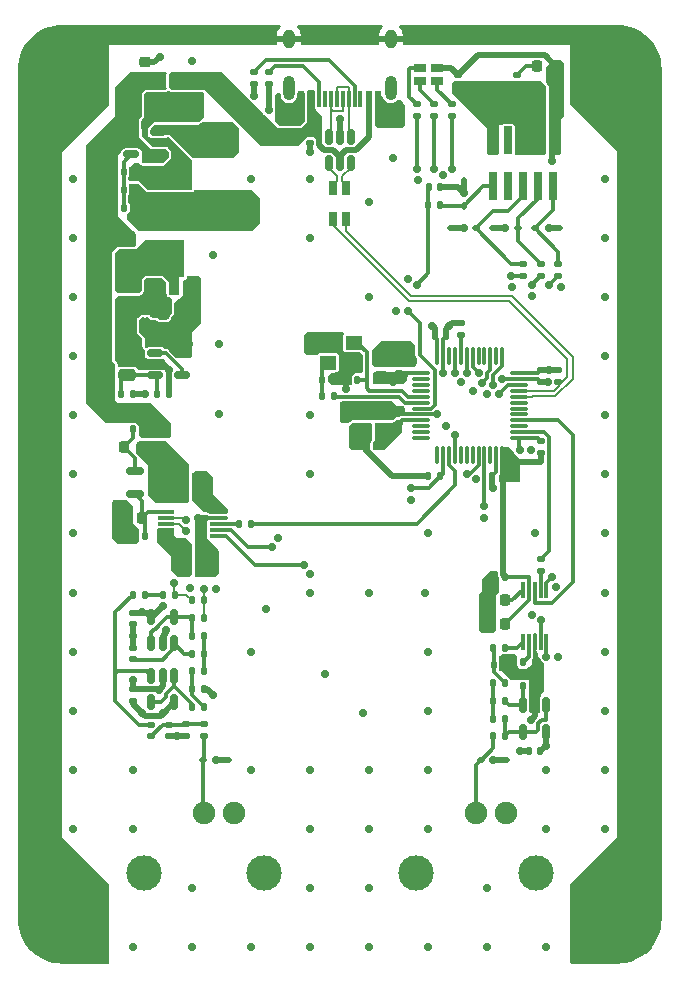
<source format=gbr>
%TF.GenerationSoftware,KiCad,Pcbnew,7.0.10*%
%TF.CreationDate,2024-01-21T20:38:52+01:00*%
%TF.ProjectId,Nemesis-MixSigPCB,4e656d65-7369-4732-9d4d-697853696750,1*%
%TF.SameCoordinates,Original*%
%TF.FileFunction,Copper,L1,Top*%
%TF.FilePolarity,Positive*%
%FSLAX46Y46*%
G04 Gerber Fmt 4.6, Leading zero omitted, Abs format (unit mm)*
G04 Created by KiCad (PCBNEW 7.0.10) date 2024-01-21 20:38:52*
%MOMM*%
%LPD*%
G01*
G04 APERTURE LIST*
G04 Aperture macros list*
%AMRoundRect*
0 Rectangle with rounded corners*
0 $1 Rounding radius*
0 $2 $3 $4 $5 $6 $7 $8 $9 X,Y pos of 4 corners*
0 Add a 4 corners polygon primitive as box body*
4,1,4,$2,$3,$4,$5,$6,$7,$8,$9,$2,$3,0*
0 Add four circle primitives for the rounded corners*
1,1,$1+$1,$2,$3*
1,1,$1+$1,$4,$5*
1,1,$1+$1,$6,$7*
1,1,$1+$1,$8,$9*
0 Add four rect primitives between the rounded corners*
20,1,$1+$1,$2,$3,$4,$5,0*
20,1,$1+$1,$4,$5,$6,$7,0*
20,1,$1+$1,$6,$7,$8,$9,0*
20,1,$1+$1,$8,$9,$2,$3,0*%
%AMFreePoly0*
4,1,9,3.862500,-0.866500,0.737500,-0.866500,0.737500,-0.450000,-0.737500,-0.450000,-0.737500,0.450000,0.737500,0.450000,0.737500,0.866500,3.862500,0.866500,3.862500,-0.866500,3.862500,-0.866500,$1*%
G04 Aperture macros list end*
%TA.AperFunction,SMDPad,CuDef*%
%ADD10RoundRect,0.225000X0.225000X0.250000X-0.225000X0.250000X-0.225000X-0.250000X0.225000X-0.250000X0*%
%TD*%
%TA.AperFunction,SMDPad,CuDef*%
%ADD11R,0.740000X2.400000*%
%TD*%
%TA.AperFunction,SMDPad,CuDef*%
%ADD12RoundRect,0.218750X-0.218750X-0.256250X0.218750X-0.256250X0.218750X0.256250X-0.218750X0.256250X0*%
%TD*%
%TA.AperFunction,SMDPad,CuDef*%
%ADD13RoundRect,0.112500X-0.187500X-0.112500X0.187500X-0.112500X0.187500X0.112500X-0.187500X0.112500X0*%
%TD*%
%TA.AperFunction,SMDPad,CuDef*%
%ADD14RoundRect,0.135000X-0.135000X-0.185000X0.135000X-0.185000X0.135000X0.185000X-0.135000X0.185000X0*%
%TD*%
%TA.AperFunction,SMDPad,CuDef*%
%ADD15RoundRect,0.135000X0.135000X0.185000X-0.135000X0.185000X-0.135000X-0.185000X0.135000X-0.185000X0*%
%TD*%
%TA.AperFunction,ComponentPad*%
%ADD16C,1.900000*%
%TD*%
%TA.AperFunction,ComponentPad*%
%ADD17C,3.000000*%
%TD*%
%TA.AperFunction,SMDPad,CuDef*%
%ADD18RoundRect,0.140000X0.140000X0.170000X-0.140000X0.170000X-0.140000X-0.170000X0.140000X-0.170000X0*%
%TD*%
%TA.AperFunction,SMDPad,CuDef*%
%ADD19RoundRect,0.150000X-0.150000X0.512500X-0.150000X-0.512500X0.150000X-0.512500X0.150000X0.512500X0*%
%TD*%
%TA.AperFunction,SMDPad,CuDef*%
%ADD20R,3.500000X2.350000*%
%TD*%
%TA.AperFunction,ComponentPad*%
%ADD21C,5.700000*%
%TD*%
%TA.AperFunction,SMDPad,CuDef*%
%ADD22RoundRect,0.135000X-0.185000X0.135000X-0.185000X-0.135000X0.185000X-0.135000X0.185000X0.135000X0*%
%TD*%
%TA.AperFunction,SMDPad,CuDef*%
%ADD23RoundRect,0.250000X0.475000X-0.250000X0.475000X0.250000X-0.475000X0.250000X-0.475000X-0.250000X0*%
%TD*%
%TA.AperFunction,SMDPad,CuDef*%
%ADD24RoundRect,0.140000X-0.140000X-0.170000X0.140000X-0.170000X0.140000X0.170000X-0.140000X0.170000X0*%
%TD*%
%TA.AperFunction,SMDPad,CuDef*%
%ADD25RoundRect,0.225000X-0.225000X-0.250000X0.225000X-0.250000X0.225000X0.250000X-0.225000X0.250000X0*%
%TD*%
%TA.AperFunction,SMDPad,CuDef*%
%ADD26RoundRect,0.140000X0.170000X-0.140000X0.170000X0.140000X-0.170000X0.140000X-0.170000X-0.140000X0*%
%TD*%
%TA.AperFunction,SMDPad,CuDef*%
%ADD27RoundRect,0.147500X0.147500X0.172500X-0.147500X0.172500X-0.147500X-0.172500X0.147500X-0.172500X0*%
%TD*%
%TA.AperFunction,SMDPad,CuDef*%
%ADD28R,1.400000X1.200000*%
%TD*%
%TA.AperFunction,SMDPad,CuDef*%
%ADD29RoundRect,0.135000X0.185000X-0.135000X0.185000X0.135000X-0.185000X0.135000X-0.185000X-0.135000X0*%
%TD*%
%TA.AperFunction,SMDPad,CuDef*%
%ADD30RoundRect,0.112500X0.187500X0.112500X-0.187500X0.112500X-0.187500X-0.112500X0.187500X-0.112500X0*%
%TD*%
%TA.AperFunction,SMDPad,CuDef*%
%ADD31RoundRect,0.150000X0.512500X0.150000X-0.512500X0.150000X-0.512500X-0.150000X0.512500X-0.150000X0*%
%TD*%
%TA.AperFunction,SMDPad,CuDef*%
%ADD32R,0.600000X1.450000*%
%TD*%
%TA.AperFunction,SMDPad,CuDef*%
%ADD33R,0.300000X1.450000*%
%TD*%
%TA.AperFunction,ComponentPad*%
%ADD34O,1.000000X2.100000*%
%TD*%
%TA.AperFunction,ComponentPad*%
%ADD35O,1.000000X1.600000*%
%TD*%
%TA.AperFunction,SMDPad,CuDef*%
%ADD36RoundRect,0.250000X-0.250000X-0.475000X0.250000X-0.475000X0.250000X0.475000X-0.250000X0.475000X0*%
%TD*%
%TA.AperFunction,SMDPad,CuDef*%
%ADD37RoundRect,0.150000X-0.587500X-0.150000X0.587500X-0.150000X0.587500X0.150000X-0.587500X0.150000X0*%
%TD*%
%TA.AperFunction,SMDPad,CuDef*%
%ADD38RoundRect,0.140000X-0.170000X0.140000X-0.170000X-0.140000X0.170000X-0.140000X0.170000X0.140000X0*%
%TD*%
%TA.AperFunction,SMDPad,CuDef*%
%ADD39R,0.900000X1.300000*%
%TD*%
%TA.AperFunction,SMDPad,CuDef*%
%ADD40FreePoly0,90.000000*%
%TD*%
%TA.AperFunction,SMDPad,CuDef*%
%ADD41RoundRect,0.150000X-0.512500X-0.150000X0.512500X-0.150000X0.512500X0.150000X-0.512500X0.150000X0*%
%TD*%
%TA.AperFunction,SMDPad,CuDef*%
%ADD42RoundRect,0.075000X-0.662500X-0.075000X0.662500X-0.075000X0.662500X0.075000X-0.662500X0.075000X0*%
%TD*%
%TA.AperFunction,SMDPad,CuDef*%
%ADD43RoundRect,0.075000X-0.075000X-0.662500X0.075000X-0.662500X0.075000X0.662500X-0.075000X0.662500X0*%
%TD*%
%TA.AperFunction,SMDPad,CuDef*%
%ADD44R,1.000000X0.800000*%
%TD*%
%TA.AperFunction,SMDPad,CuDef*%
%ADD45RoundRect,0.150000X0.150000X-0.512500X0.150000X0.512500X-0.150000X0.512500X-0.150000X-0.512500X0*%
%TD*%
%TA.AperFunction,SMDPad,CuDef*%
%ADD46RoundRect,0.250000X0.450000X-0.262500X0.450000X0.262500X-0.450000X0.262500X-0.450000X-0.262500X0*%
%TD*%
%TA.AperFunction,SMDPad,CuDef*%
%ADD47RoundRect,0.225000X0.250000X-0.225000X0.250000X0.225000X-0.250000X0.225000X-0.250000X-0.225000X0*%
%TD*%
%TA.AperFunction,SMDPad,CuDef*%
%ADD48RoundRect,0.112500X0.112500X-0.187500X0.112500X0.187500X-0.112500X0.187500X-0.112500X-0.187500X0*%
%TD*%
%TA.AperFunction,SMDPad,CuDef*%
%ADD49RoundRect,0.250000X0.250000X0.475000X-0.250000X0.475000X-0.250000X-0.475000X0.250000X-0.475000X0*%
%TD*%
%TA.AperFunction,SMDPad,CuDef*%
%ADD50RoundRect,0.225000X-0.250000X0.225000X-0.250000X-0.225000X0.250000X-0.225000X0.250000X0.225000X0*%
%TD*%
%TA.AperFunction,SMDPad,CuDef*%
%ADD51R,1.450000X0.300000*%
%TD*%
%TA.AperFunction,SMDPad,CuDef*%
%ADD52RoundRect,0.250000X-0.475000X0.250000X-0.475000X-0.250000X0.475000X-0.250000X0.475000X0.250000X0*%
%TD*%
%TA.AperFunction,SMDPad,CuDef*%
%ADD53R,0.700000X1.200000*%
%TD*%
%TA.AperFunction,ViaPad*%
%ADD54C,0.700000*%
%TD*%
%TA.AperFunction,Conductor*%
%ADD55C,0.500000*%
%TD*%
%TA.AperFunction,Conductor*%
%ADD56C,0.300000*%
%TD*%
%TA.AperFunction,Conductor*%
%ADD57C,0.200000*%
%TD*%
G04 APERTURE END LIST*
D10*
%TO.P,C402,1*%
%TO.N,/DAC/DAC_VREF*%
X161500000Y-99000000D03*
%TO.P,C402,2*%
%TO.N,GND*%
X159950000Y-99000000D03*
%TD*%
D11*
%TO.P,J201,1,Pin_1*%
%TO.N,+3V3*%
X165540000Y-60050000D03*
%TO.P,J201,2,Pin_2*%
%TO.N,/MCU/CONN_SWDIO*%
X165540000Y-63950000D03*
%TO.P,J201,3,Pin_3*%
%TO.N,GND*%
X164270000Y-60050000D03*
%TO.P,J201,4,Pin_4*%
%TO.N,/MCU/CONN_SWCLK*%
X164270000Y-63950000D03*
%TO.P,J201,5,Pin_5*%
%TO.N,GND*%
X163000000Y-60050000D03*
%TO.P,J201,6,Pin_6*%
%TO.N,/MCU/CONN_SWO*%
X163000000Y-63950000D03*
%TO.P,J201,7,Pin_7*%
%TO.N,unconnected-(J201-Pin_7-Pad7)*%
X161730000Y-60050000D03*
%TO.P,J201,8,Pin_8*%
%TO.N,unconnected-(J201-Pin_8-Pad8)*%
X161730000Y-63950000D03*
%TO.P,J201,9,Pin_9*%
%TO.N,GND*%
X160460000Y-60050000D03*
%TO.P,J201,10,Pin_10*%
%TO.N,/MCU/CONN_NRST*%
X160460000Y-63950000D03*
%TD*%
D12*
%TO.P,D100,1,K*%
%TO.N,/Power/LED_PWR_K*%
X164212500Y-53750000D03*
%TO.P,D100,2,A*%
%TO.N,+3V3*%
X165787500Y-53750000D03*
%TD*%
D13*
%TO.P,D400,1,A1*%
%TO.N,/DAC/OUT*%
X159450000Y-112500000D03*
%TO.P,D400,2,A2*%
%TO.N,GND*%
X161550000Y-112500000D03*
%TD*%
D14*
%TO.P,R402,1*%
%TO.N,Net-(C403-Pad1)*%
X160500000Y-103000000D03*
%TO.P,R402,2*%
%TO.N,/DAC/DAC_OUT_A*%
X161520000Y-103000000D03*
%TD*%
D15*
%TO.P,R105,1*%
%TO.N,GND*%
X133010000Y-81500000D03*
%TO.P,R105,2*%
%TO.N,/Power/VREF*%
X131990000Y-81500000D03*
%TD*%
%TO.P,R102,1*%
%TO.N,GND*%
X130240000Y-62750000D03*
%TO.P,R102,2*%
%TO.N,/Power/BUCK_FB*%
X129220000Y-62750000D03*
%TD*%
D16*
%TO.P,J300,1,In*%
%TO.N,/ADC/IN*%
X136000000Y-117000000D03*
D17*
%TO.P,J300,2,Ext*%
%TO.N,GND*%
X141080000Y-122080000D03*
D16*
X138540000Y-117000000D03*
D17*
X130920000Y-122080000D03*
%TD*%
D18*
%TO.P,C314,1*%
%TO.N,+3V3*%
X135480000Y-94750000D03*
%TO.P,C314,2*%
%TO.N,GND*%
X134520000Y-94750000D03*
%TD*%
D19*
%TO.P,U201,1,I/O1*%
%TO.N,/MCU/USB_CONN_D-*%
X148450000Y-59725000D03*
%TO.P,U201,2,GND*%
%TO.N,GND*%
X147500000Y-59725000D03*
%TO.P,U201,3,I/O2*%
%TO.N,/MCU/USB_CONN_D+*%
X146550000Y-59725000D03*
%TO.P,U201,4,I/O2*%
%TO.N,/MCU/USB_CMC_D+*%
X146550000Y-62000000D03*
%TO.P,U201,5,VBUS*%
%TO.N,VBUS*%
X147500000Y-62000000D03*
%TO.P,U201,6,I/O1*%
%TO.N,/MCU/USB_CMC_D-*%
X148450000Y-62000000D03*
%TD*%
D20*
%TO.P,L101,1,1*%
%TO.N,/Power/BUCK_SW*%
X137000000Y-59975000D03*
%TO.P,L101,2,2*%
%TO.N,+3V3*%
X137000000Y-66025000D03*
%TD*%
D21*
%TO.P,H2,1,1*%
%TO.N,Earth_Protective*%
X124000000Y-126000000D03*
%TD*%
D22*
%TO.P,R206,1*%
%TO.N,/MCU/USB_CONN_CC2*%
X141500000Y-54240000D03*
%TO.P,R206,2*%
%TO.N,GND*%
X141500000Y-55260000D03*
%TD*%
D10*
%TO.P,C312,1*%
%TO.N,+3.3VA*%
X135775000Y-88750000D03*
%TO.P,C312,2*%
%TO.N,GND*%
X134225000Y-88750000D03*
%TD*%
D18*
%TO.P,C307,1*%
%TO.N,/ADC/ADC_IN+*%
X135980000Y-99000000D03*
%TO.P,C307,2*%
%TO.N,/ADC/ADC_IN-*%
X135020000Y-99000000D03*
%TD*%
D23*
%TO.P,C105,1*%
%TO.N,+3V3*%
X132000000Y-64950000D03*
%TO.P,C105,2*%
%TO.N,GND*%
X132000000Y-63050000D03*
%TD*%
D24*
%TO.P,C405,1*%
%TO.N,Net-(C405-Pad1)*%
X160500000Y-109000000D03*
%TO.P,C405,2*%
%TO.N,/DAC/OUT_AA_BUF_OUT*%
X161460000Y-109000000D03*
%TD*%
D25*
%TO.P,C309,1*%
%TO.N,/ADC/ADC_VREF_VIN*%
X129225000Y-86000000D03*
%TO.P,C309,2*%
%TO.N,GND*%
X130775000Y-86000000D03*
%TD*%
D18*
%TO.P,C401,1*%
%TO.N,+3V3*%
X161500000Y-97000000D03*
%TO.P,C401,2*%
%TO.N,GND*%
X160540000Y-97000000D03*
%TD*%
%TO.P,C313,1*%
%TO.N,+3.3VA*%
X135480000Y-90250000D03*
%TO.P,C313,2*%
%TO.N,GND*%
X134520000Y-90250000D03*
%TD*%
D23*
%TO.P,C107,1*%
%TO.N,/Power/VREF*%
X129500000Y-79950000D03*
%TO.P,C107,2*%
%TO.N,GND*%
X129500000Y-78050000D03*
%TD*%
D18*
%TO.P,C202,1*%
%TO.N,+3V3*%
X161340000Y-88500000D03*
%TO.P,C202,2*%
%TO.N,GND*%
X160380000Y-88500000D03*
%TD*%
D14*
%TO.P,R305,1*%
%TO.N,/ADC/IN_AA_BUF_IN*%
X134990000Y-103500000D03*
%TO.P,R305,2*%
%TO.N,Net-(C305-Pad1)*%
X136010000Y-103500000D03*
%TD*%
D26*
%TO.P,C302,1*%
%TO.N,+3.3VA*%
X130000000Y-107480000D03*
%TO.P,C302,2*%
%TO.N,GND*%
X130000000Y-106520000D03*
%TD*%
D27*
%TO.P,L200,1,1*%
%TO.N,VDDA*%
X150590000Y-85870000D03*
%TO.P,L200,2,2*%
%TO.N,+3V3*%
X149620000Y-85870000D03*
%TD*%
D28*
%TO.P,Y200,1,1*%
%TO.N,/MCU/HSE_IN*%
X148690000Y-77170000D03*
%TO.P,Y200,2,2*%
%TO.N,GND*%
X146490000Y-77170000D03*
%TO.P,Y200,3,3*%
%TO.N,/MCU/XTAL_IN*%
X146490000Y-78870000D03*
%TO.P,Y200,4,4*%
%TO.N,GND*%
X148690000Y-78870000D03*
%TD*%
D16*
%TO.P,J400,1,In*%
%TO.N,/DAC/OUT*%
X159000000Y-117000000D03*
D17*
%TO.P,J400,2,Ext*%
%TO.N,GND*%
X164080000Y-122080000D03*
D16*
X161540000Y-117000000D03*
D17*
X153920000Y-122080000D03*
%TD*%
D29*
%TO.P,R301,1*%
%TO.N,GND*%
X134500000Y-110510000D03*
%TO.P,R301,2*%
%TO.N,/ADC/IN_RF*%
X134500000Y-109490000D03*
%TD*%
D30*
%TO.P,D203,1,A1*%
%TO.N,/MCU/CONN_SWCLK*%
X162600000Y-67500000D03*
%TO.P,D203,2,A2*%
%TO.N,GND*%
X160500000Y-67500000D03*
%TD*%
D14*
%TO.P,R302,1*%
%TO.N,/ADC/IN_BUF*%
X129990000Y-98500000D03*
%TO.P,R302,2*%
%TO.N,/ADC/VCOM*%
X131010000Y-98500000D03*
%TD*%
D24*
%TO.P,C303,1*%
%TO.N,Net-(C303-Pad1)*%
X135020000Y-106500000D03*
%TO.P,C303,2*%
%TO.N,GND*%
X135980000Y-106500000D03*
%TD*%
%TO.P,C212,1*%
%TO.N,/MCU/NRST*%
X155020000Y-64000000D03*
%TO.P,C212,2*%
%TO.N,GND*%
X155980000Y-64000000D03*
%TD*%
D31*
%TO.P,U101,1,EN*%
%TO.N,+5V*%
X132137500Y-61225000D03*
%TO.P,U101,2,GND*%
%TO.N,GND*%
X132137500Y-60275000D03*
%TO.P,U101,3,SW*%
%TO.N,/Power/BUCK_SW*%
X132137500Y-59325000D03*
%TO.P,U101,4,VIN*%
%TO.N,+5V*%
X129862500Y-59325000D03*
%TO.P,U101,5,FB*%
%TO.N,/Power/BUCK_FB*%
X129862500Y-61225000D03*
%TD*%
D15*
%TO.P,R404,1*%
%TO.N,/DAC/OUT_AA_BUF_IN*%
X161500000Y-107500000D03*
%TO.P,R404,2*%
%TO.N,Net-(C405-Pad1)*%
X160480000Y-107500000D03*
%TD*%
D29*
%TO.P,R207,1*%
%TO.N,/MCU/TIM4_CH3*%
X157000000Y-58010000D03*
%TO.P,R207,2*%
%TO.N,/MCU/LED_R_K*%
X157000000Y-56990000D03*
%TD*%
%TO.P,R208,1*%
%TO.N,/MCU/TIM4_CH1*%
X154000000Y-58010000D03*
%TO.P,R208,2*%
%TO.N,/MCU/LED_G_K*%
X154000000Y-56990000D03*
%TD*%
D14*
%TO.P,R401,1*%
%TO.N,/DAC/DAC_OUT_B*%
X163000000Y-104250000D03*
%TO.P,R401,2*%
%TO.N,GND*%
X164020000Y-104250000D03*
%TD*%
D32*
%TO.P,J200,A1,GND*%
%TO.N,GND*%
X150750000Y-56545000D03*
%TO.P,J200,A4,VBUS*%
%TO.N,VBUS*%
X149950000Y-56545000D03*
D33*
%TO.P,J200,A5,CC1*%
%TO.N,/MCU/USB_CONN_CC1*%
X148750000Y-56545000D03*
%TO.P,J200,A6,D+*%
%TO.N,/MCU/USB_CONN_D+*%
X147750000Y-56545000D03*
%TO.P,J200,A7,D-*%
%TO.N,/MCU/USB_CONN_D-*%
X147250000Y-56545000D03*
%TO.P,J200,A8,SBU1*%
%TO.N,unconnected-(J200-SBU1-PadA8)*%
X146250000Y-56545000D03*
D32*
%TO.P,J200,A9,VBUS*%
%TO.N,VBUS*%
X145050000Y-56545000D03*
%TO.P,J200,A12,GND*%
%TO.N,GND*%
X144250000Y-56545000D03*
%TO.P,J200,B1,GND*%
X144250000Y-56545000D03*
%TO.P,J200,B4,VBUS*%
%TO.N,VBUS*%
X145050000Y-56545000D03*
D33*
%TO.P,J200,B5,CC2*%
%TO.N,/MCU/USB_CONN_CC2*%
X145750000Y-56545000D03*
%TO.P,J200,B6,D+*%
%TO.N,/MCU/USB_CONN_D+*%
X146750000Y-56545000D03*
%TO.P,J200,B7,D-*%
%TO.N,/MCU/USB_CONN_D-*%
X148250000Y-56545000D03*
%TO.P,J200,B8,SBU2*%
%TO.N,unconnected-(J200-SBU2-PadB8)*%
X149250000Y-56545000D03*
D32*
%TO.P,J200,B9,VBUS*%
%TO.N,VBUS*%
X149950000Y-56545000D03*
%TO.P,J200,B12,GND*%
%TO.N,GND*%
X150750000Y-56545000D03*
D34*
%TO.P,J200,S1,SHIELD*%
%TO.N,Earth_Protective*%
X151820000Y-55630000D03*
D35*
X151820000Y-51450000D03*
D34*
X143180000Y-55630000D03*
D35*
X143180000Y-51450000D03*
%TD*%
D15*
%TO.P,R201,1*%
%TO.N,/MCU/HSE_OUT*%
X147010000Y-81670000D03*
%TO.P,R201,2*%
%TO.N,/MCU/XTAL_IN*%
X145990000Y-81670000D03*
%TD*%
D29*
%TO.P,R210,1*%
%TO.N,/MCU/SWDIO*%
X166000000Y-71520000D03*
%TO.P,R210,2*%
%TO.N,/MCU/CONN_SWDIO*%
X166000000Y-70500000D03*
%TD*%
D22*
%TO.P,R400,1*%
%TO.N,SPI2_SCK*%
X164500000Y-95480000D03*
%TO.P,R400,2*%
%TO.N,/DAC/DAC_SCLK*%
X164500000Y-96500000D03*
%TD*%
D15*
%TO.P,R309,1*%
%TO.N,SPI1_SCK*%
X140010000Y-92500000D03*
%TO.P,R309,2*%
%TO.N,/ADC/ADC_SCLK*%
X138990000Y-92500000D03*
%TD*%
D36*
%TO.P,C104,1*%
%TO.N,+5V*%
X130050000Y-57275000D03*
%TO.P,C104,2*%
%TO.N,GND*%
X131950000Y-57275000D03*
%TD*%
D37*
%TO.P,U302,1,IN*%
%TO.N,/ADC/ADC_VREF_VIN*%
X130125000Y-88050000D03*
%TO.P,U302,2,OUT*%
%TO.N,/ADC/ADC_VREF*%
X130125000Y-89950000D03*
%TO.P,U302,3,GND*%
%TO.N,GND*%
X132000000Y-89000000D03*
%TD*%
D22*
%TO.P,R300,1*%
%TO.N,/ADC/IN_RF*%
X136000000Y-109490000D03*
%TO.P,R300,2*%
%TO.N,/ADC/IN*%
X136000000Y-110510000D03*
%TD*%
D10*
%TO.P,C310,1*%
%TO.N,/ADC/ADC_VREF*%
X130775000Y-92000000D03*
%TO.P,C310,2*%
%TO.N,GND*%
X129225000Y-92000000D03*
%TD*%
D15*
%TO.P,R306,1*%
%TO.N,/ADC/ADC_IN+*%
X136010000Y-100500000D03*
%TO.P,R306,2*%
%TO.N,/ADC/IN_AA_BUF_OUT*%
X134990000Y-100500000D03*
%TD*%
D38*
%TO.P,C211,1*%
%TO.N,+3V3*%
X157500000Y-54520000D03*
%TO.P,C211,2*%
%TO.N,GND*%
X157500000Y-55480000D03*
%TD*%
D24*
%TO.P,C209,1*%
%TO.N,/MCU/XTAL_IN*%
X145990000Y-80370000D03*
%TO.P,C209,2*%
%TO.N,GND*%
X146950000Y-80370000D03*
%TD*%
D39*
%TO.P,U100,1,GND*%
%TO.N,GND*%
X132000000Y-72450000D03*
D40*
%TO.P,U100,2,VIN*%
%TO.N,/Power/+5V_FILT*%
X133500000Y-72362500D03*
D39*
%TO.P,U100,3,VOUT*%
%TO.N,+3.3VA*%
X135000000Y-72450000D03*
%TD*%
D26*
%TO.P,C205,1*%
%TO.N,VDDA*%
X152500000Y-83980000D03*
%TO.P,C205,2*%
%TO.N,GND*%
X152500000Y-83020000D03*
%TD*%
D29*
%TO.P,R209,1*%
%TO.N,/MCU/TIM4_CH2*%
X155500000Y-58010000D03*
%TO.P,R209,2*%
%TO.N,/MCU/LED_B_K*%
X155500000Y-56990000D03*
%TD*%
D18*
%TO.P,C311,1*%
%TO.N,/ADC/ADC_VREF*%
X130980000Y-93500000D03*
%TO.P,C311,2*%
%TO.N,GND*%
X130020000Y-93500000D03*
%TD*%
D33*
%TO.P,U400,1,VOUT_A*%
%TO.N,/DAC/DAC_OUT_A*%
X163000000Y-102500000D03*
%TO.P,U400,2,VOUT_B*%
%TO.N,/DAC/DAC_OUT_B*%
X163500000Y-102500000D03*
%TO.P,U400,3,GND*%
%TO.N,GND*%
X164000000Y-102500000D03*
%TO.P,U400,4,NLDAC*%
%TO.N,DAC_NLDAC*%
X164500000Y-102500000D03*
%TO.P,U400,5,NCLR*%
%TO.N,DAC_NCLR*%
X165000000Y-102500000D03*
%TO.P,U400,6,NSYNC*%
%TO.N,SPI2_NSS*%
X165000000Y-98100000D03*
%TO.P,U400,7,SCLK*%
%TO.N,/DAC/DAC_SCLK*%
X164500000Y-98100000D03*
%TO.P,U400,8,DIN*%
%TO.N,SPI2_MOSI*%
X164000000Y-98100000D03*
%TO.P,U400,9,AVDD*%
%TO.N,+3V3*%
X163500000Y-98100000D03*
%TO.P,U400,10,VREFIN/VREFOUT*%
%TO.N,/DAC/DAC_VREF*%
X163000000Y-98100000D03*
%TD*%
D41*
%TO.P,U102,1*%
%TO.N,/Power/VCOM*%
X131862500Y-78050000D03*
%TO.P,U102,2,V-*%
%TO.N,GND*%
X131862500Y-79000000D03*
%TO.P,U102,3,+*%
%TO.N,/Power/VREF*%
X131862500Y-79950000D03*
%TO.P,U102,4,-*%
%TO.N,/Power/VCOM*%
X134137500Y-79950000D03*
%TO.P,U102,5,V+*%
%TO.N,+3.3VA*%
X134137500Y-78050000D03*
%TD*%
D18*
%TO.P,C406,1*%
%TO.N,+3.3VA*%
X164480000Y-111750000D03*
%TO.P,C406,2*%
%TO.N,GND*%
X163520000Y-111750000D03*
%TD*%
D30*
%TO.P,D201,1,A1*%
%TO.N,+3V3*%
X166050000Y-56500000D03*
%TO.P,D201,2,A2*%
%TO.N,GND*%
X163950000Y-56500000D03*
%TD*%
D24*
%TO.P,C404,1*%
%TO.N,/DAC/OUT_AA_BUF_IN*%
X163000000Y-106250000D03*
%TO.P,C404,2*%
%TO.N,GND*%
X163960000Y-106250000D03*
%TD*%
D13*
%TO.P,D300,1,A1*%
%TO.N,/ADC/IN*%
X135950000Y-112500000D03*
%TO.P,D300,2,A2*%
%TO.N,GND*%
X138050000Y-112500000D03*
%TD*%
D29*
%TO.P,R103,1*%
%TO.N,GND*%
X162500000Y-55520000D03*
%TO.P,R103,2*%
%TO.N,/Power/LED_PWR_K*%
X162500000Y-54500000D03*
%TD*%
D42*
%TO.P,U200,1,VBAT*%
%TO.N,+3V3*%
X154337500Y-79750000D03*
%TO.P,U200,2,PC13*%
%TO.N,unconnected-(U200-PC13-Pad2)*%
X154337500Y-80250000D03*
%TO.P,U200,3,PC14*%
%TO.N,unconnected-(U200-PC14-Pad3)*%
X154337500Y-80750000D03*
%TO.P,U200,4,PC15*%
%TO.N,unconnected-(U200-PC15-Pad4)*%
X154337500Y-81250000D03*
%TO.P,U200,5,PD0*%
%TO.N,/MCU/HSE_IN*%
X154337500Y-81750000D03*
%TO.P,U200,6,PD1*%
%TO.N,/MCU/HSE_OUT*%
X154337500Y-82250000D03*
%TO.P,U200,7,NRST*%
%TO.N,/MCU/NRST*%
X154337500Y-82750000D03*
%TO.P,U200,8,VSSA*%
%TO.N,GND*%
X154337500Y-83250000D03*
%TO.P,U200,9,VDDA*%
%TO.N,VDDA*%
X154337500Y-83750000D03*
%TO.P,U200,10,PA0*%
%TO.N,unconnected-(U200-PA0-Pad10)*%
X154337500Y-84250000D03*
%TO.P,U200,11,PA1*%
%TO.N,unconnected-(U200-PA1-Pad11)*%
X154337500Y-84750000D03*
%TO.P,U200,12,PA2*%
%TO.N,unconnected-(U200-PA2-Pad12)*%
X154337500Y-85250000D03*
D43*
%TO.P,U200,13,PA3*%
%TO.N,unconnected-(U200-PA3-Pad13)*%
X155750000Y-86662500D03*
%TO.P,U200,14,PA4*%
%TO.N,SPI1_NSS*%
X156250000Y-86662500D03*
%TO.P,U200,15,PA5*%
%TO.N,SPI1_SCK*%
X156750000Y-86662500D03*
%TO.P,U200,16,PA6*%
%TO.N,SPI1_MISO*%
X157250000Y-86662500D03*
%TO.P,U200,17,PA7*%
%TO.N,unconnected-(U200-PA7-Pad17)*%
X157750000Y-86662500D03*
%TO.P,U200,18,PB0*%
%TO.N,unconnected-(U200-PB0-Pad18)*%
X158250000Y-86662500D03*
%TO.P,U200,19,PB1*%
%TO.N,unconnected-(U200-PB1-Pad19)*%
X158750000Y-86662500D03*
%TO.P,U200,20,PB2*%
%TO.N,DAC_NCLR*%
X159250000Y-86662500D03*
%TO.P,U200,21,PB10*%
%TO.N,DAC_NLDAC*%
X159750000Y-86662500D03*
%TO.P,U200,22,PB11*%
%TO.N,unconnected-(U200-PB11-Pad22)*%
X160250000Y-86662500D03*
%TO.P,U200,23,VSS*%
%TO.N,GND*%
X160750000Y-86662500D03*
%TO.P,U200,24,VDD*%
%TO.N,+3V3*%
X161250000Y-86662500D03*
D42*
%TO.P,U200,25,PB12*%
%TO.N,SPI2_NSS*%
X162662500Y-85250000D03*
%TO.P,U200,26,PB13*%
%TO.N,SPI2_SCK*%
X162662500Y-84750000D03*
%TO.P,U200,27,PB14*%
%TO.N,unconnected-(U200-PB14-Pad27)*%
X162662500Y-84250000D03*
%TO.P,U200,28,PB15*%
%TO.N,SPI2_MOSI*%
X162662500Y-83750000D03*
%TO.P,U200,29,PA8*%
%TO.N,unconnected-(U200-PA8-Pad29)*%
X162662500Y-83250000D03*
%TO.P,U200,30,PA9*%
%TO.N,unconnected-(U200-PA9-Pad30)*%
X162662500Y-82750000D03*
%TO.P,U200,31,PA10*%
%TO.N,unconnected-(U200-PA10-Pad31)*%
X162662500Y-82250000D03*
%TO.P,U200,32,PA11*%
%TO.N,/MCU/USB_D-*%
X162662500Y-81750000D03*
%TO.P,U200,33,PA12*%
%TO.N,/MCU/USB_D+*%
X162662500Y-81250000D03*
%TO.P,U200,34,PA13*%
%TO.N,/MCU/SWDIO*%
X162662500Y-80750000D03*
%TO.P,U200,35,VSS*%
%TO.N,GND*%
X162662500Y-80250000D03*
%TO.P,U200,36,VDD*%
%TO.N,+3V3*%
X162662500Y-79750000D03*
D43*
%TO.P,U200,37,PA14*%
%TO.N,/MCU/SWCLK*%
X161250000Y-78337500D03*
%TO.P,U200,38,PA15*%
%TO.N,unconnected-(U200-PA15-Pad38)*%
X160750000Y-78337500D03*
%TO.P,U200,39,PB3*%
%TO.N,/MCU/SWO*%
X160250000Y-78337500D03*
%TO.P,U200,40,PB4*%
%TO.N,unconnected-(U200-PB4-Pad40)*%
X159750000Y-78337500D03*
%TO.P,U200,41,PB5*%
%TO.N,unconnected-(U200-PB5-Pad41)*%
X159250000Y-78337500D03*
%TO.P,U200,42,PB6*%
%TO.N,/MCU/TIM4_CH1*%
X158750000Y-78337500D03*
%TO.P,U200,43,PB7*%
%TO.N,/MCU/TIM4_CH2*%
X158250000Y-78337500D03*
%TO.P,U200,44,BOOT0*%
%TO.N,/MCU/BOOT0*%
X157750000Y-78337500D03*
%TO.P,U200,45,PB8*%
%TO.N,/MCU/TIM4_CH3*%
X157250000Y-78337500D03*
%TO.P,U200,46,PB9*%
%TO.N,unconnected-(U200-PB9-Pad46)*%
X156750000Y-78337500D03*
%TO.P,U200,47,VSS*%
%TO.N,GND*%
X156250000Y-78337500D03*
%TO.P,U200,48,VDD*%
%TO.N,+3V3*%
X155750000Y-78337500D03*
%TD*%
D19*
%TO.P,U401,1*%
%TO.N,/DAC/OUT_AA_BUF_OUT*%
X164950000Y-107862500D03*
%TO.P,U401,2,V-*%
%TO.N,GND*%
X164000000Y-107862500D03*
%TO.P,U401,3,+*%
%TO.N,/DAC/OUT_AA_BUF_IN*%
X163050000Y-107862500D03*
%TO.P,U401,4,-*%
%TO.N,/DAC/OUT_AA_BUF_OUT*%
X163050000Y-110137500D03*
%TO.P,U401,5,V+*%
%TO.N,+3.3VA*%
X164950000Y-110137500D03*
%TD*%
D44*
%TO.P,D200,1*%
%TO.N,/MCU/LED_G_K*%
X154250000Y-53950000D03*
%TO.P,D200,2*%
%TO.N,+3V3*%
X155750000Y-53950000D03*
%TO.P,D200,3*%
%TO.N,/MCU/LED_R_K*%
X155750000Y-55050000D03*
%TO.P,D200,4*%
%TO.N,/MCU/LED_B_K*%
X154250000Y-55050000D03*
%TD*%
D45*
%TO.P,U301,1*%
%TO.N,/ADC/IN_AA_BUF_OUT*%
X131550000Y-102637500D03*
%TO.P,U301,2,V-*%
%TO.N,GND*%
X132500000Y-102637500D03*
%TO.P,U301,3,+*%
%TO.N,/ADC/IN_AA_BUF_IN*%
X133450000Y-102637500D03*
%TO.P,U301,4,-*%
%TO.N,/ADC/IN_AA_BUF_OUT*%
X133450000Y-100362500D03*
%TO.P,U301,5,V+*%
%TO.N,+3.3VA*%
X131550000Y-100362500D03*
%TD*%
D46*
%TO.P,R100,1*%
%TO.N,/Power/+5V_FILT*%
X129500000Y-70050000D03*
%TO.P,R100,2*%
%TO.N,+5V*%
X129500000Y-68225000D03*
%TD*%
D15*
%TO.P,R303,1*%
%TO.N,Net-(C303-Pad1)*%
X136010000Y-108000000D03*
%TO.P,R303,2*%
%TO.N,/ADC/IN_BUF_OUT*%
X134990000Y-108000000D03*
%TD*%
D38*
%TO.P,C301,1*%
%TO.N,/ADC/IN_BUF*%
X131500000Y-109520000D03*
%TO.P,C301,2*%
%TO.N,/ADC/IN_RF*%
X131500000Y-110480000D03*
%TD*%
D30*
%TO.P,D204,1,A1*%
%TO.N,/MCU/CONN_SWO*%
X159000000Y-67500000D03*
%TO.P,D204,2,A2*%
%TO.N,GND*%
X156900000Y-67500000D03*
%TD*%
D18*
%TO.P,C106,1*%
%TO.N,+3V3*%
X130210000Y-65750000D03*
%TO.P,C106,2*%
%TO.N,/Power/BUCK_FB*%
X129250000Y-65750000D03*
%TD*%
D29*
%TO.P,R211,1*%
%TO.N,/MCU/SWCLK*%
X164500000Y-71520000D03*
%TO.P,R211,2*%
%TO.N,/MCU/CONN_SWCLK*%
X164500000Y-70500000D03*
%TD*%
D26*
%TO.P,C304,1*%
%TO.N,/ADC/IN_AA_BUF_IN*%
X130000000Y-103980000D03*
%TO.P,C304,2*%
%TO.N,GND*%
X130000000Y-103020000D03*
%TD*%
D10*
%TO.P,C315,1*%
%TO.N,+3V3*%
X135775000Y-96250000D03*
%TO.P,C315,2*%
%TO.N,GND*%
X134225000Y-96250000D03*
%TD*%
D38*
%TO.P,C306,1*%
%TO.N,+3.3VA*%
X130000000Y-100020000D03*
%TO.P,C306,2*%
%TO.N,GND*%
X130000000Y-100980000D03*
%TD*%
D47*
%TO.P,C207,1*%
%TO.N,+3V3*%
X149250000Y-84420000D03*
%TO.P,C207,2*%
%TO.N,GND*%
X149250000Y-82870000D03*
%TD*%
D21*
%TO.P,H4,1,1*%
%TO.N,Earth_Protective*%
X124000000Y-54000000D03*
%TD*%
%TO.P,H3,1,1*%
%TO.N,Earth_Protective*%
X171000000Y-126000000D03*
%TD*%
D14*
%TO.P,R403,1*%
%TO.N,Net-(C405-Pad1)*%
X160480000Y-106000000D03*
%TO.P,R403,2*%
%TO.N,Net-(C403-Pad1)*%
X161500000Y-106000000D03*
%TD*%
D15*
%TO.P,R304,1*%
%TO.N,Net-(C305-Pad1)*%
X136010000Y-105000000D03*
%TO.P,R304,2*%
%TO.N,Net-(C303-Pad1)*%
X134990000Y-105000000D03*
%TD*%
D24*
%TO.P,C204,1*%
%TO.N,+3V3*%
X155520000Y-76620000D03*
%TO.P,C204,2*%
%TO.N,GND*%
X156480000Y-76620000D03*
%TD*%
D14*
%TO.P,R308,1*%
%TO.N,/ADC/ADC_VREF_VIN*%
X129990000Y-84500000D03*
%TO.P,R308,2*%
%TO.N,+5V*%
X131010000Y-84500000D03*
%TD*%
%TO.P,R101,1*%
%TO.N,/Power/BUCK_FB*%
X129220000Y-64250000D03*
%TO.P,R101,2*%
%TO.N,+3V3*%
X130240000Y-64250000D03*
%TD*%
%TO.P,R405,1*%
%TO.N,/DAC/OUT*%
X160480000Y-110500000D03*
%TO.P,R405,2*%
%TO.N,/DAC/OUT_AA_BUF_OUT*%
X161500000Y-110500000D03*
%TD*%
D48*
%TO.P,D205,1,A1*%
%TO.N,/MCU/CONN_NRST*%
X158000000Y-65600000D03*
%TO.P,D205,2,A2*%
%TO.N,GND*%
X158000000Y-63500000D03*
%TD*%
D13*
%TO.P,D202,1,A1*%
%TO.N,/MCU/CONN_SWDIO*%
X164000000Y-67500000D03*
%TO.P,D202,2,A2*%
%TO.N,GND*%
X166100000Y-67500000D03*
%TD*%
D19*
%TO.P,U300,1*%
%TO.N,/ADC/IN_BUF_OUT*%
X133450000Y-105362500D03*
%TO.P,U300,2,V-*%
%TO.N,GND*%
X132500000Y-105362500D03*
%TO.P,U300,3,+*%
%TO.N,/ADC/IN_BUF*%
X131550000Y-105362500D03*
%TO.P,U300,4,-*%
%TO.N,/ADC/IN_BUF_OUT*%
X131550000Y-107637500D03*
%TO.P,U300,5,V+*%
%TO.N,+3.3VA*%
X133450000Y-107637500D03*
%TD*%
D47*
%TO.P,C206,1*%
%TO.N,VDDA*%
X151000000Y-84420000D03*
%TO.P,C206,2*%
%TO.N,GND*%
X151000000Y-82870000D03*
%TD*%
D38*
%TO.P,C203,1*%
%TO.N,+3V3*%
X164500000Y-79520000D03*
%TO.P,C203,2*%
%TO.N,GND*%
X164500000Y-80480000D03*
%TD*%
D49*
%TO.P,C103,1*%
%TO.N,+3.3VA*%
X134450000Y-74500000D03*
%TO.P,C103,2*%
%TO.N,GND*%
X132550000Y-74500000D03*
%TD*%
D22*
%TO.P,R205,1*%
%TO.N,/MCU/USB_CONN_CC1*%
X140250000Y-54240000D03*
%TO.P,R205,2*%
%TO.N,GND*%
X140250000Y-55260000D03*
%TD*%
D38*
%TO.P,C300,1*%
%TO.N,/ADC/IN_RF*%
X133000000Y-109520000D03*
%TO.P,C300,2*%
%TO.N,GND*%
X133000000Y-110480000D03*
%TD*%
D18*
%TO.P,C108,1*%
%TO.N,+3.3VA*%
X130980000Y-75500000D03*
%TO.P,C108,2*%
%TO.N,GND*%
X130020000Y-75500000D03*
%TD*%
D14*
%TO.P,R203,1*%
%TO.N,+3V3*%
X154990000Y-88500000D03*
%TO.P,R203,2*%
%TO.N,SPI1_NSS*%
X156010000Y-88500000D03*
%TD*%
D24*
%TO.P,C403,1*%
%TO.N,Net-(C403-Pad1)*%
X160520000Y-104500000D03*
%TO.P,C403,2*%
%TO.N,GND*%
X161480000Y-104500000D03*
%TD*%
D50*
%TO.P,C308,1*%
%TO.N,+5V*%
X132500000Y-84500000D03*
%TO.P,C308,2*%
%TO.N,GND*%
X132500000Y-86050000D03*
%TD*%
D38*
%TO.P,C210,1*%
%TO.N,VBUS*%
X145000000Y-59270000D03*
%TO.P,C210,2*%
%TO.N,GND*%
X145000000Y-60230000D03*
%TD*%
D14*
%TO.P,R104,1*%
%TO.N,/Power/VREF*%
X128990000Y-81500000D03*
%TO.P,R104,2*%
%TO.N,+3.3VA*%
X130010000Y-81500000D03*
%TD*%
D22*
%TO.P,R204,1*%
%TO.N,+3V3*%
X166000000Y-79490000D03*
%TO.P,R204,2*%
%TO.N,/MCU/USB_D+*%
X166000000Y-80510000D03*
%TD*%
D50*
%TO.P,C100,1*%
%TO.N,VBUS*%
X135000000Y-55000000D03*
%TO.P,C100,2*%
%TO.N,GND*%
X135000000Y-56550000D03*
%TD*%
D47*
%TO.P,C200,1*%
%TO.N,+3V3*%
X151000000Y-80025000D03*
%TO.P,C200,2*%
%TO.N,GND*%
X151000000Y-78475000D03*
%TD*%
D15*
%TO.P,R307,1*%
%TO.N,/ADC/ADC_IN-*%
X133510000Y-98500000D03*
%TO.P,R307,2*%
%TO.N,/ADC/VCOM*%
X132490000Y-98500000D03*
%TD*%
D21*
%TO.P,H1,1,1*%
%TO.N,Earth_Protective*%
X171000000Y-54000000D03*
%TD*%
D29*
%TO.P,R202,1*%
%TO.N,+3V3*%
X164500000Y-86510000D03*
%TO.P,R202,2*%
%TO.N,SPI2_NSS*%
X164500000Y-85490000D03*
%TD*%
D27*
%TO.P,L100,1,1*%
%TO.N,VBUS*%
X133485000Y-55000000D03*
%TO.P,L100,2,2*%
%TO.N,+5V*%
X132515000Y-55000000D03*
%TD*%
D29*
%TO.P,R212,1*%
%TO.N,/MCU/SWO*%
X163000000Y-71520000D03*
%TO.P,R212,2*%
%TO.N,/MCU/CONN_SWO*%
X163000000Y-70500000D03*
%TD*%
D51*
%TO.P,U303,1,VREF*%
%TO.N,/ADC/ADC_VREF*%
X132800000Y-91500000D03*
%TO.P,U303,2,+IN*%
%TO.N,/ADC/ADC_IN+*%
X132800000Y-92000000D03*
%TO.P,U303,3,-IN*%
%TO.N,/ADC/ADC_IN-*%
X132800000Y-92500000D03*
%TO.P,U303,4,GND*%
%TO.N,GND*%
X132800000Y-93000000D03*
%TO.P,U303,5,GND*%
X132800000Y-93500000D03*
%TO.P,U303,6,NCS*%
%TO.N,SPI1_NSS*%
X137200000Y-93500000D03*
%TO.P,U303,7,DOUT*%
%TO.N,SPI1_MISO*%
X137200000Y-93000000D03*
%TO.P,U303,8,SCLK*%
%TO.N,/ADC/ADC_SCLK*%
X137200000Y-92500000D03*
%TO.P,U303,9,VIO*%
%TO.N,+3V3*%
X137200000Y-92000000D03*
%TO.P,U303,10,VA*%
%TO.N,+3.3VA*%
X137200000Y-91500000D03*
%TD*%
D10*
%TO.P,C400,1*%
%TO.N,+3V3*%
X161500000Y-101000000D03*
%TO.P,C400,2*%
%TO.N,GND*%
X159950000Y-101000000D03*
%TD*%
D29*
%TO.P,R200,1*%
%TO.N,/MCU/BOOT0*%
X157750000Y-76510000D03*
%TO.P,R200,2*%
%TO.N,GND*%
X157750000Y-75490000D03*
%TD*%
D14*
%TO.P,R213,1*%
%TO.N,/MCU/NRST*%
X154990000Y-65500000D03*
%TO.P,R213,2*%
%TO.N,/MCU/CONN_NRST*%
X156010000Y-65500000D03*
%TD*%
D18*
%TO.P,C208,1*%
%TO.N,/MCU/HSE_IN*%
X148990000Y-80370000D03*
%TO.P,C208,2*%
%TO.N,GND*%
X148030000Y-80370000D03*
%TD*%
%TO.P,C305,1*%
%TO.N,Net-(C305-Pad1)*%
X135980000Y-102000000D03*
%TO.P,C305,2*%
%TO.N,/ADC/IN_AA_BUF_OUT*%
X135020000Y-102000000D03*
%TD*%
D52*
%TO.P,C102,1*%
%TO.N,/Power/+5V_FILT*%
X129500000Y-72050000D03*
%TO.P,C102,2*%
%TO.N,GND*%
X129500000Y-73950000D03*
%TD*%
D47*
%TO.P,C101,1*%
%TO.N,+5V*%
X131000000Y-55000000D03*
%TO.P,C101,2*%
%TO.N,GND*%
X131000000Y-53450000D03*
%TD*%
D53*
%TO.P,L201,1,1*%
%TO.N,/MCU/USB_CMC_D-*%
X148050000Y-64037500D03*
%TO.P,L201,2,2*%
%TO.N,/MCU/USB_CMC_D+*%
X146950000Y-64037500D03*
%TO.P,L201,3,3*%
%TO.N,/MCU/USB_D+*%
X146950000Y-66687500D03*
%TO.P,L201,4,4*%
%TO.N,/MCU/USB_D-*%
X148050000Y-66687500D03*
%TD*%
D26*
%TO.P,C201,1*%
%TO.N,+3V3*%
X152500000Y-79730000D03*
%TO.P,C201,2*%
%TO.N,GND*%
X152500000Y-78770000D03*
%TD*%
D54*
%TO.N,GND*%
X133000000Y-62250000D03*
X134250000Y-61750000D03*
X144950000Y-83325000D03*
X129000000Y-77000000D03*
X164950000Y-118325000D03*
X134250000Y-63750000D03*
X129950000Y-128325000D03*
X158750000Y-81250000D03*
X169950000Y-63325000D03*
X149500000Y-108500000D03*
X144950000Y-98325000D03*
X132250000Y-90250000D03*
X144950000Y-68325000D03*
X152500000Y-57000000D03*
X160500000Y-97750000D03*
X159000000Y-88750000D03*
X134791639Y-97909481D03*
X151000000Y-58500000D03*
X164000000Y-93250000D03*
X133500000Y-57750000D03*
X139950000Y-103325000D03*
X156750000Y-75750000D03*
X164000000Y-105250000D03*
X159500000Y-57000000D03*
X133750000Y-110500000D03*
X158000000Y-64500000D03*
X153500000Y-78750000D03*
X153500000Y-90500000D03*
X144950000Y-63325000D03*
X154129304Y-63390666D03*
X124950000Y-93325000D03*
X149950000Y-113325000D03*
X169950000Y-83325000D03*
X139950000Y-113325000D03*
X134950000Y-53325000D03*
X124950000Y-108325000D03*
X124950000Y-73325000D03*
X166000000Y-103750000D03*
X165784606Y-97853817D03*
X135000000Y-57750000D03*
X163671611Y-109105309D03*
X161250000Y-80250000D03*
X169950000Y-118325000D03*
X158000000Y-67500000D03*
X148000000Y-83500000D03*
X124950000Y-63325000D03*
X144950000Y-88325000D03*
X141500000Y-57500000D03*
X134250000Y-87750000D03*
X132000000Y-88250000D03*
X169950000Y-73325000D03*
X152000000Y-61500000D03*
X141250000Y-99750000D03*
X139950000Y-63325000D03*
X161500000Y-55500000D03*
X137250000Y-77250000D03*
X169950000Y-103325000D03*
X169950000Y-88325000D03*
X169950000Y-113325000D03*
X160500000Y-112500000D03*
X137000000Y-98000000D03*
X163000000Y-58250000D03*
X145000000Y-96750000D03*
X129000000Y-93250000D03*
X142250000Y-93750000D03*
X134950000Y-128325000D03*
X159950000Y-128325000D03*
X149950000Y-128325000D03*
X149950000Y-118325000D03*
X132250000Y-53000000D03*
X142500000Y-58470000D03*
X124950000Y-118325000D03*
X132760010Y-101506250D03*
X131500000Y-87000000D03*
X164950000Y-113325000D03*
X133750000Y-95000000D03*
X155750000Y-83250000D03*
X151750000Y-57750000D03*
X160000000Y-81500000D03*
X124950000Y-98325000D03*
X153250000Y-77750000D03*
X160000000Y-100000000D03*
X163750000Y-100250000D03*
X159750000Y-92000000D03*
X145000000Y-76750000D03*
X134950000Y-123325000D03*
X164950000Y-128325000D03*
X159950000Y-123325000D03*
X124950000Y-103325000D03*
X129950000Y-118325000D03*
X137250000Y-83250000D03*
X143250000Y-57750000D03*
X140250000Y-56250000D03*
X164250000Y-58250000D03*
X149950000Y-73325000D03*
X145000000Y-61000000D03*
X166250000Y-72500000D03*
X156500000Y-84250000D03*
X154950000Y-113325000D03*
X129000000Y-91000000D03*
X133500000Y-90250000D03*
X169950000Y-98325000D03*
X130000000Y-102000000D03*
X154750000Y-98325000D03*
X124950000Y-78325000D03*
X139950000Y-128325000D03*
X131000000Y-74500000D03*
X169950000Y-108325000D03*
X156250000Y-79750000D03*
X142500000Y-57000000D03*
X160450000Y-89500000D03*
X124950000Y-88325000D03*
X161500000Y-67500000D03*
X132999591Y-79480444D03*
X165130000Y-80462110D03*
X130750000Y-79000000D03*
X151750000Y-77750000D03*
X163750000Y-73250000D03*
X150000000Y-65250000D03*
X158500000Y-55500000D03*
X131000000Y-73500000D03*
X152250000Y-74500000D03*
X146250000Y-105250000D03*
X133500000Y-56500000D03*
X156250000Y-63000000D03*
X130000000Y-105700000D03*
X157750000Y-80500000D03*
X155000000Y-93250000D03*
X169950000Y-78325000D03*
X144950000Y-118325000D03*
X148000000Y-81080707D03*
X162230000Y-105250000D03*
X154950000Y-103325000D03*
X124950000Y-113325000D03*
X144950000Y-113325000D03*
X154950000Y-118325000D03*
X144000000Y-58470000D03*
X162750000Y-111750000D03*
X144950000Y-123325000D03*
X160500000Y-58250000D03*
X124950000Y-68325000D03*
X163000000Y-56500000D03*
X153250000Y-71750000D03*
X169950000Y-93325000D03*
X154950000Y-108325000D03*
X133000000Y-94250000D03*
X145000000Y-77750000D03*
X154950000Y-128325000D03*
X152500000Y-58500000D03*
X136750000Y-107000000D03*
X148000000Y-82500000D03*
X147500000Y-58250000D03*
X136750000Y-69750000D03*
X169950000Y-68325000D03*
X149950000Y-123325000D03*
X163646767Y-86223238D03*
X165250000Y-67500000D03*
X162044974Y-72444977D03*
X129950000Y-113325000D03*
X149950000Y-98325000D03*
X132185560Y-106578381D03*
X129000000Y-75000000D03*
X124950000Y-83325000D03*
X137000000Y-112500000D03*
X144950000Y-128325000D03*
X134250000Y-62750000D03*
%TO.N,+3.3VA*%
X130750000Y-108500000D03*
X133750000Y-76500000D03*
X164950000Y-111280000D03*
X132000000Y-75750000D03*
X132500000Y-108500000D03*
X134750000Y-77250000D03*
X136250000Y-89750000D03*
X132500000Y-99500000D03*
X136750000Y-90750000D03*
X134750000Y-75750000D03*
X131000000Y-81500000D03*
X130750000Y-100000000D03*
%TO.N,+3V3*%
X136750000Y-95250000D03*
X165500000Y-61750000D03*
X165750000Y-58250000D03*
X148750000Y-85750000D03*
X162250000Y-87250000D03*
X152000000Y-80470000D03*
X139750000Y-67000000D03*
X134250000Y-65000000D03*
X139750000Y-66000000D03*
X134250000Y-67000000D03*
X133000000Y-66500000D03*
X165750000Y-55000000D03*
X134250000Y-66000000D03*
X162250000Y-88500000D03*
X165250000Y-79500000D03*
X135500000Y-92000000D03*
X136750000Y-96250000D03*
X130750000Y-66500000D03*
X155300000Y-75750000D03*
X139750000Y-65000000D03*
%TO.N,/MCU/NRST*%
X153250000Y-74500000D03*
X154000000Y-72250000D03*
%TO.N,/ADC/ADC_IN+*%
X134516662Y-92204838D03*
X136000000Y-98000000D03*
%TO.N,/ADC/ADC_IN-*%
X134463810Y-93103288D03*
X133500000Y-97500000D03*
%TO.N,SPI2_NSS*%
X165500000Y-97000000D03*
X162747165Y-86250085D03*
%TO.N,SPI1_NSS*%
X144500000Y-96000000D03*
X153500000Y-89500000D03*
%TO.N,/MCU/TIM4_CH3*%
X157000000Y-62500000D03*
X157250000Y-79750000D03*
%TO.N,/MCU/TIM4_CH1*%
X159250000Y-79750000D03*
X154000000Y-62500000D03*
%TO.N,/MCU/TIM4_CH2*%
X155500000Y-62500000D03*
X158250000Y-79750000D03*
%TO.N,/MCU/SWDIO*%
X161000000Y-81500000D03*
X165250000Y-72250000D03*
%TO.N,/MCU/SWCLK*%
X160500000Y-80750000D03*
X163750000Y-72250000D03*
%TO.N,/MCU/SWO*%
X162000000Y-71500000D03*
X159534606Y-80603817D03*
%TO.N,SPI1_MISO*%
X157250000Y-85000000D03*
X141750000Y-94500000D03*
%TO.N,DAC_NCLR*%
X165000000Y-103750000D03*
X158250000Y-88250000D03*
%TO.N,DAC_NLDAC*%
X164554987Y-100652493D03*
X159750000Y-91000000D03*
%TO.N,Earth_Protective*%
X172450000Y-95825000D03*
X129000000Y-51000000D03*
X138000000Y-51000000D03*
X132000000Y-51000000D03*
X150000000Y-51000000D03*
X172450000Y-108325000D03*
X122450000Y-118325000D03*
X122450000Y-80825000D03*
X172450000Y-120825000D03*
X172450000Y-78325000D03*
X172450000Y-118325000D03*
X122450000Y-110825000D03*
X122450000Y-98325000D03*
X172450000Y-85825000D03*
X172450000Y-58325000D03*
X135000000Y-51000000D03*
X122450000Y-73325000D03*
X122450000Y-115825000D03*
X166000000Y-51000000D03*
X122450000Y-88325000D03*
X169950000Y-120825000D03*
X122450000Y-85825000D03*
X122450000Y-65825000D03*
X172450000Y-80825000D03*
X172450000Y-93325000D03*
X122450000Y-113325000D03*
X167500000Y-123400000D03*
X172450000Y-75825000D03*
X141000000Y-51000000D03*
X122450000Y-105825000D03*
X172450000Y-60825000D03*
X172450000Y-113325000D03*
X127500000Y-56500000D03*
X172450000Y-73325000D03*
X172450000Y-110825000D03*
X167500000Y-128300000D03*
X124950000Y-58325000D03*
X122450000Y-83325000D03*
X122450000Y-70825000D03*
X122450000Y-90825000D03*
X122450000Y-95825000D03*
X172450000Y-63325000D03*
X172450000Y-103325000D03*
X122450000Y-58325000D03*
X122450000Y-75825000D03*
X169950000Y-58325000D03*
X157000000Y-51000000D03*
X122450000Y-108325000D03*
X160000000Y-51000000D03*
X172450000Y-90825000D03*
X122450000Y-103325000D03*
X122450000Y-120825000D03*
X172450000Y-65825000D03*
X172450000Y-88325000D03*
X172450000Y-83325000D03*
X172450000Y-68325000D03*
X124950000Y-120825000D03*
X122450000Y-93325000D03*
X127450000Y-123325000D03*
X122450000Y-60825000D03*
X172450000Y-115825000D03*
X145000000Y-51000000D03*
X172450000Y-105825000D03*
X172450000Y-70825000D03*
X172450000Y-100825000D03*
X127450000Y-128325000D03*
X167500000Y-56500000D03*
X122450000Y-78325000D03*
X122450000Y-63325000D03*
X172450000Y-98325000D03*
X122450000Y-68325000D03*
X163000000Y-51000000D03*
X154000000Y-51000000D03*
X122450000Y-100825000D03*
%TD*%
D55*
%TO.N,VBUS*%
X149950000Y-59740184D02*
X148852684Y-60837500D01*
X145000000Y-59270000D02*
X145309999Y-59270000D01*
X148000001Y-60837500D02*
X147500000Y-61337501D01*
X146147316Y-60837500D02*
X146902684Y-60837500D01*
X146902684Y-60837500D02*
X147500000Y-61434816D01*
X145760000Y-59720001D02*
X145760000Y-60450184D01*
X145000000Y-59270000D02*
X145050000Y-59220000D01*
X145309999Y-59270000D02*
X145760000Y-59720001D01*
X147500000Y-61434816D02*
X147500000Y-62000000D01*
X145760000Y-60450184D02*
X146147316Y-60837500D01*
X149950000Y-56545000D02*
X149950000Y-59740184D01*
X148852684Y-60837500D02*
X148000001Y-60837500D01*
X145000000Y-56595000D02*
X145050000Y-56545000D01*
X147500000Y-61337501D02*
X147500000Y-62000000D01*
%TO.N,GND*%
X133000000Y-110500000D02*
X133010000Y-110510000D01*
X132760010Y-101714991D02*
X132500000Y-101975001D01*
X157500000Y-64000000D02*
X155980000Y-64000000D01*
D56*
X154337500Y-83250000D02*
X155750000Y-83250000D01*
D55*
X166100000Y-67500000D02*
X165250000Y-67500000D01*
D56*
X162662500Y-80250000D02*
X161250000Y-80250000D01*
X151150000Y-83020000D02*
X151000000Y-82870000D01*
D55*
X130000000Y-105700000D02*
X130000000Y-106520000D01*
X132999591Y-79480444D02*
X133010000Y-79490853D01*
D56*
X162662500Y-80250000D02*
X164270000Y-80250000D01*
D55*
X160380000Y-88500000D02*
X160380000Y-89430000D01*
X160380000Y-89430000D02*
X160450000Y-89500000D01*
X133010000Y-110510000D02*
X133740000Y-110510000D01*
D56*
X156250000Y-76850000D02*
X156480000Y-76620000D01*
D55*
X133010000Y-79490853D02*
X133010000Y-81500000D01*
X130000000Y-100980000D02*
X130000000Y-102000000D01*
X132500000Y-106263941D02*
X132500000Y-105362500D01*
X132999591Y-79480444D02*
X132999591Y-79474592D01*
X157010000Y-75490000D02*
X156750000Y-75750000D01*
D56*
X152730000Y-83250000D02*
X152500000Y-83020000D01*
D55*
X161550000Y-112500000D02*
X160500000Y-112500000D01*
D56*
X154337500Y-83250000D02*
X152730000Y-83250000D01*
X160750000Y-88130000D02*
X160750000Y-86662500D01*
D55*
X158000000Y-64500000D02*
X157500000Y-64000000D01*
X148030000Y-81050707D02*
X148030000Y-80370000D01*
X133750000Y-110500000D02*
X133760000Y-110510000D01*
X130000000Y-106520000D02*
X132127179Y-106520000D01*
X135980000Y-106500000D02*
X136250000Y-106500000D01*
X148000000Y-81080707D02*
X148030000Y-81050707D01*
X133740000Y-110510000D02*
X133750000Y-110500000D01*
X163520000Y-111750000D02*
X162750000Y-111750000D01*
X160500000Y-67500000D02*
X161500000Y-67500000D01*
X141500000Y-57500000D02*
X141500000Y-55260000D01*
X164000000Y-107862500D02*
X164000000Y-108776920D01*
X133760000Y-110510000D02*
X134500000Y-110510000D01*
X136250000Y-106500000D02*
X136750000Y-107000000D01*
X163960000Y-105290000D02*
X164000000Y-105250000D01*
X132500000Y-101975001D02*
X132500000Y-102637500D01*
X132250000Y-53000000D02*
X131800000Y-53450000D01*
D56*
X156250000Y-78337500D02*
X156250000Y-76850000D01*
D55*
X132999591Y-79474592D02*
X132524999Y-79000000D01*
X145000000Y-60230000D02*
X145000000Y-61000000D01*
X131800000Y-53450000D02*
X131000000Y-53450000D01*
X130000000Y-103020000D02*
X130000000Y-102000000D01*
X165130000Y-80462110D02*
X165112110Y-80480000D01*
D56*
X160380000Y-88500000D02*
X160750000Y-88130000D01*
D55*
X164000000Y-106290000D02*
X163960000Y-106250000D01*
X147500000Y-59725000D02*
X147500000Y-58250000D01*
X133000000Y-110480000D02*
X133000000Y-110500000D01*
X132524999Y-79000000D02*
X131862500Y-79000000D01*
X165112110Y-80480000D02*
X164500000Y-80480000D01*
X132185560Y-106578381D02*
X132500000Y-106263941D01*
X140250000Y-56250000D02*
X140250000Y-55260000D01*
X156480000Y-76020000D02*
X156750000Y-75750000D01*
X157750000Y-75490000D02*
X157010000Y-75490000D01*
X138050000Y-112500000D02*
X137000000Y-112500000D01*
X156480000Y-76620000D02*
X156480000Y-76020000D01*
X132760010Y-101506250D02*
X132760010Y-101714991D01*
D56*
X164270000Y-80250000D02*
X164500000Y-80480000D01*
D55*
X164000000Y-108776920D02*
X163671611Y-109105309D01*
X132127179Y-106520000D02*
X132185560Y-106578381D01*
X158000000Y-64500000D02*
X158000000Y-63500000D01*
X158000000Y-67500000D02*
X156900000Y-67500000D01*
D56*
X156250000Y-78337500D02*
X156250000Y-79750000D01*
D55*
%TO.N,+5V*%
X132515000Y-55000000D02*
X131000000Y-55000000D01*
X130225000Y-57100000D02*
X130050000Y-57275000D01*
X130050000Y-59137500D02*
X129862500Y-59325000D01*
X129862500Y-59387500D02*
X129862500Y-59325000D01*
%TO.N,/Power/+5V_FILT*%
X133500000Y-71950000D02*
X133500000Y-72362500D01*
%TO.N,+3.3VA*%
X130750000Y-100000000D02*
X130770000Y-100020000D01*
X132500000Y-108500000D02*
X132587500Y-108500000D01*
D56*
X137200000Y-91500000D02*
X136750000Y-91500000D01*
D55*
X130000000Y-100020000D02*
X130730000Y-100020000D01*
X131637500Y-100362500D02*
X132500000Y-99500000D01*
X131207500Y-100020000D02*
X131550000Y-100362500D01*
D56*
X135480000Y-88795000D02*
X135775000Y-88500000D01*
D55*
X132500000Y-108587500D02*
X132500000Y-108500000D01*
X130000000Y-107750000D02*
X130000000Y-107480000D01*
X132337500Y-108750000D02*
X132500000Y-108587500D01*
X131000000Y-108750000D02*
X132337500Y-108750000D01*
X164950000Y-111280000D02*
X164950000Y-110137500D01*
X131550000Y-100362500D02*
X131637500Y-100362500D01*
X130730000Y-100020000D02*
X130750000Y-100000000D01*
X130750000Y-108500000D02*
X131000000Y-108750000D01*
X130770000Y-100020000D02*
X131207500Y-100020000D01*
X164480000Y-111750000D02*
X164950000Y-111280000D01*
X130750000Y-108500000D02*
X130000000Y-107750000D01*
X132587500Y-108500000D02*
X133450000Y-107637500D01*
X130010000Y-81500000D02*
X131000000Y-81500000D01*
D56*
%TO.N,+3V3*%
X161500000Y-101000000D02*
X163500000Y-99000000D01*
D55*
X165250000Y-79500000D02*
X165230000Y-79520000D01*
D56*
X161250000Y-88410000D02*
X161250000Y-86662500D01*
D55*
X161340000Y-96840000D02*
X161500000Y-97000000D01*
X155300000Y-75750000D02*
X155520000Y-75970000D01*
X164500000Y-87250000D02*
X162250000Y-87250000D01*
D56*
X163500000Y-99000000D02*
X163500000Y-98100000D01*
X162662500Y-79750000D02*
X164270000Y-79750000D01*
X163475000Y-97000000D02*
X161500000Y-97000000D01*
D55*
X161340000Y-88500000D02*
X161340000Y-96840000D01*
X165750000Y-53712500D02*
X164862500Y-52825000D01*
X164500000Y-86510000D02*
X164500000Y-87250000D01*
D56*
X154337500Y-79750000D02*
X152520000Y-79750000D01*
X164270000Y-79750000D02*
X164500000Y-79520000D01*
X135775000Y-96250000D02*
X135480000Y-95955000D01*
D55*
X154000000Y-88500000D02*
X151930001Y-88500000D01*
X149620000Y-86189999D02*
X149620000Y-85870000D01*
X165500000Y-60090000D02*
X165540000Y-60050000D01*
D56*
X155750000Y-78337500D02*
X155750000Y-76850000D01*
D55*
X165500000Y-61750000D02*
X165500000Y-60090000D01*
X151930001Y-88500000D02*
X149620000Y-86189999D01*
X165230000Y-79520000D02*
X164500000Y-79520000D01*
X155520000Y-75970000D02*
X155520000Y-76620000D01*
D56*
X135775000Y-96500000D02*
X135775000Y-96250000D01*
D55*
X154990000Y-88500000D02*
X154000000Y-88500000D01*
X164862500Y-52825000D02*
X159195000Y-52825000D01*
D56*
X155750000Y-76850000D02*
X155520000Y-76620000D01*
X152520000Y-79750000D02*
X152500000Y-79730000D01*
X161340000Y-88500000D02*
X161250000Y-88410000D01*
D55*
X156930000Y-53950000D02*
X157500000Y-54520000D01*
X165270000Y-79520000D02*
X165970000Y-79520000D01*
D56*
X163500000Y-97025000D02*
X163475000Y-97000000D01*
D55*
X165250000Y-79500000D02*
X165270000Y-79520000D01*
D56*
X161340000Y-88340000D02*
X161250000Y-88250000D01*
D55*
X165970000Y-79520000D02*
X166000000Y-79490000D01*
D56*
X161340000Y-88500000D02*
X161340000Y-88340000D01*
D55*
X155750000Y-53950000D02*
X156930000Y-53950000D01*
X159195000Y-52825000D02*
X157500000Y-54520000D01*
D56*
X161250000Y-88250000D02*
X161250000Y-86662500D01*
X163500000Y-98100000D02*
X163500000Y-97025000D01*
%TO.N,/Power/BUCK_FB*%
X129220000Y-61867500D02*
X129220000Y-62750000D01*
X129862500Y-61225000D02*
X129220000Y-61867500D01*
X129220000Y-65720000D02*
X129250000Y-65750000D01*
X129220000Y-62750000D02*
X129220000Y-65720000D01*
%TO.N,/Power/VREF*%
X131990000Y-81500000D02*
X131990000Y-80077500D01*
X131990000Y-80077500D02*
X131862500Y-79950000D01*
X129000000Y-81500000D02*
X129000000Y-80450000D01*
X131862500Y-79950000D02*
X129500000Y-79950000D01*
X129000000Y-80450000D02*
X129500000Y-79950000D01*
D55*
X128990000Y-81500000D02*
X129000000Y-81500000D01*
D56*
%TO.N,VDDA*%
X152730000Y-83750000D02*
X152500000Y-83980000D01*
X154337500Y-83750000D02*
X152730000Y-83750000D01*
%TO.N,/MCU/HSE_IN*%
X152750001Y-81250000D02*
X153250000Y-81750000D01*
X150000000Y-81250000D02*
X152750001Y-81250000D01*
X149790000Y-77970000D02*
X149790000Y-81040000D01*
X148690000Y-77170000D02*
X148990000Y-77170000D01*
X153250000Y-81750000D02*
X154337500Y-81750000D01*
X149700000Y-80370000D02*
X148990000Y-80370000D01*
X148990000Y-77170000D02*
X149790000Y-77970000D01*
X154337500Y-81750000D02*
X154500000Y-81750000D01*
X149790000Y-81040000D02*
X150000000Y-81250000D01*
%TO.N,/MCU/XTAL_IN*%
X145990000Y-81670000D02*
X145990000Y-80370000D01*
X145990000Y-79370000D02*
X145990000Y-80370000D01*
X146490000Y-78870000D02*
X145990000Y-79370000D01*
%TO.N,/MCU/NRST*%
X154890000Y-65600000D02*
X154990000Y-65500000D01*
X154250000Y-78178120D02*
X154250000Y-75500000D01*
X154990000Y-71260000D02*
X154000000Y-72250000D01*
X154337500Y-82750000D02*
X155250000Y-82750000D01*
X154990000Y-65500000D02*
X154990000Y-71260000D01*
X154250000Y-75500000D02*
X153250000Y-74500000D01*
X155550000Y-79478120D02*
X154250000Y-78178120D01*
X155250000Y-82750000D02*
X155550000Y-82450000D01*
X154990000Y-64030000D02*
X155020000Y-64000000D01*
X154990000Y-65500000D02*
X154990000Y-64030000D01*
X155550000Y-82450000D02*
X155550000Y-79478120D01*
%TO.N,/ADC/IN_RF*%
X132506846Y-109520000D02*
X133000000Y-109520000D01*
X133000000Y-109520000D02*
X134470000Y-109520000D01*
X134500000Y-109490000D02*
X136000000Y-109490000D01*
X134470000Y-109520000D02*
X134500000Y-109490000D01*
X131500000Y-110480000D02*
X131546846Y-110480000D01*
X131546846Y-110480000D02*
X132506846Y-109520000D01*
%TO.N,/ADC/IN_BUF*%
X128750000Y-105000000D02*
X128500000Y-105250000D01*
X131187500Y-105000000D02*
X128750000Y-105000000D01*
X128500000Y-99990000D02*
X128500000Y-105513154D01*
X128500000Y-105513154D02*
X128500000Y-107500000D01*
X129990000Y-98500000D02*
X128500000Y-99990000D01*
X128500000Y-107500000D02*
X130520000Y-109520000D01*
X130520000Y-109520000D02*
X131500000Y-109520000D01*
X131550000Y-105362500D02*
X131187500Y-105000000D01*
%TO.N,Net-(C303-Pad1)*%
X135020000Y-107010000D02*
X136010000Y-108000000D01*
X134990000Y-105000000D02*
X134990000Y-106470000D01*
X135020000Y-106500000D02*
X135020000Y-107010000D01*
X134990000Y-106470000D02*
X135020000Y-106500000D01*
%TO.N,/ADC/IN_AA_BUF_IN*%
X134312500Y-103500000D02*
X133450000Y-102637500D01*
X132861262Y-103650000D02*
X133450000Y-103061262D01*
X134990000Y-103500000D02*
X134312500Y-103500000D01*
X132500000Y-104000000D02*
X132850000Y-103650000D01*
X133450000Y-103061262D02*
X133450000Y-102637500D01*
X129980000Y-104000000D02*
X132500000Y-104000000D01*
X132850000Y-103650000D02*
X132861262Y-103650000D01*
%TO.N,Net-(C305-Pad1)*%
X135980000Y-103470000D02*
X136010000Y-103500000D01*
X136010000Y-103500000D02*
X136010000Y-105000000D01*
X135980000Y-102000000D02*
X135980000Y-103470000D01*
%TO.N,/ADC/IN_AA_BUF_OUT*%
X134852500Y-100362500D02*
X134990000Y-100500000D01*
X134990000Y-101970000D02*
X135020000Y-102000000D01*
X133450000Y-100362500D02*
X134852500Y-100362500D01*
X131911262Y-101375000D02*
X131875000Y-101375000D01*
X133450000Y-100362500D02*
X132887500Y-100362500D01*
X132200000Y-101050000D02*
X132200000Y-101086262D01*
X131550000Y-101700000D02*
X131550000Y-102637500D01*
X132200000Y-101086262D02*
X131911262Y-101375000D01*
X134990000Y-100500000D02*
X134990000Y-101970000D01*
X131875000Y-101375000D02*
X131550000Y-101700000D01*
X132887500Y-100362500D02*
X132200000Y-101050000D01*
D57*
%TO.N,/ADC/ADC_IN+*%
X135980000Y-98020000D02*
X136000000Y-98000000D01*
X136010000Y-99030000D02*
X135980000Y-99000000D01*
X135980000Y-99000000D02*
X135980000Y-98020000D01*
X134311824Y-92000000D02*
X132800000Y-92000000D01*
X135980000Y-99000000D02*
X136000000Y-98980000D01*
X134516662Y-92204838D02*
X134311824Y-92000000D01*
X136010000Y-100500000D02*
X136010000Y-99030000D01*
%TO.N,/ADC/ADC_IN-*%
X134463810Y-93103288D02*
X133860522Y-92500000D01*
X133500000Y-97500000D02*
X133500000Y-98490000D01*
X134520000Y-98500000D02*
X135020000Y-99000000D01*
X133860522Y-92500000D02*
X132800000Y-92500000D01*
X133500000Y-98490000D02*
X133510000Y-98500000D01*
X133510000Y-98500000D02*
X134520000Y-98500000D01*
D56*
%TO.N,/ADC/ADC_VREF_VIN*%
X130125000Y-88050000D02*
X130125000Y-86900000D01*
X130125000Y-86900000D02*
X129225000Y-86000000D01*
X129990000Y-84500000D02*
X129990000Y-85235000D01*
X129990000Y-85235000D02*
X129225000Y-86000000D01*
%TO.N,/ADC/ADC_VREF*%
X130980000Y-92205000D02*
X130775000Y-92000000D01*
X130775000Y-90600000D02*
X130125000Y-89950000D01*
X130980000Y-93500000D02*
X130980000Y-92205000D01*
X130775000Y-92000000D02*
X130775000Y-90600000D01*
X130775000Y-92000000D02*
X131275000Y-91500000D01*
X131275000Y-91500000D02*
X132800000Y-91500000D01*
%TO.N,/DAC/DAC_VREF*%
X162100000Y-99000000D02*
X163000000Y-98100000D01*
X161500000Y-99000000D02*
X162100000Y-99000000D01*
%TO.N,Net-(C403-Pad1)*%
X160520000Y-103020000D02*
X160500000Y-103000000D01*
X160520000Y-105020000D02*
X160520000Y-104500000D01*
X160520000Y-104500000D02*
X160520000Y-103020000D01*
X161500000Y-106000000D02*
X160520000Y-105020000D01*
%TO.N,/DAC/OUT_AA_BUF_IN*%
X161862500Y-107862500D02*
X161500000Y-107500000D01*
X163050000Y-107862500D02*
X161862500Y-107862500D01*
X163050000Y-106300000D02*
X163000000Y-106250000D01*
X163050000Y-107862500D02*
X163050000Y-106300000D01*
%TO.N,Net-(C405-Pad1)*%
X160480000Y-107500000D02*
X160480000Y-106000000D01*
X160500000Y-109000000D02*
X160500000Y-107520000D01*
X160500000Y-107520000D02*
X160480000Y-107500000D01*
%TO.N,/DAC/OUT_AA_BUF_OUT*%
X164950000Y-109125000D02*
X164950000Y-107862500D01*
X161500000Y-110500000D02*
X161500000Y-109040000D01*
X164588738Y-109125000D02*
X164950000Y-109125000D01*
X161862500Y-110137500D02*
X161500000Y-110500000D01*
X161500000Y-109040000D02*
X161460000Y-109000000D01*
X164112500Y-110137500D02*
X164300000Y-109950000D01*
X164300000Y-109950000D02*
X164300000Y-109413738D01*
X164300000Y-109413738D02*
X164588738Y-109125000D01*
X163050000Y-110137500D02*
X161862500Y-110137500D01*
X163050000Y-110137500D02*
X164112500Y-110137500D01*
%TO.N,/Power/LED_PWR_K*%
X163250000Y-53750000D02*
X162500000Y-54500000D01*
X164212500Y-53750000D02*
X163250000Y-53750000D01*
%TO.N,/MCU/LED_G_K*%
X153400000Y-56390000D02*
X153400000Y-54000000D01*
X154000000Y-56990000D02*
X153400000Y-56390000D01*
X153450000Y-53950000D02*
X154250000Y-53950000D01*
X153400000Y-54000000D02*
X153450000Y-53950000D01*
%TO.N,/MCU/LED_R_K*%
X155750000Y-55050000D02*
X155750000Y-55740000D01*
X155750000Y-55740000D02*
X157000000Y-56990000D01*
%TO.N,/MCU/LED_B_K*%
X154250000Y-55740000D02*
X155500000Y-56990000D01*
X154250000Y-55050000D02*
X154250000Y-55740000D01*
%TO.N,/MCU/CONN_SWDIO*%
X166000000Y-69500000D02*
X164000000Y-67500000D01*
X165540000Y-65960000D02*
X165540000Y-63950000D01*
X164000000Y-67500000D02*
X165540000Y-65960000D01*
X166000000Y-70500000D02*
X166000000Y-69500000D01*
%TO.N,/MCU/CONN_SWCLK*%
X162600000Y-68600000D02*
X162600000Y-67500000D01*
X162600000Y-67500000D02*
X162600000Y-66650000D01*
X164500000Y-70500000D02*
X164490000Y-70500000D01*
X162600000Y-66650000D02*
X164270000Y-64980000D01*
X164500000Y-70500000D02*
X162600000Y-68600000D01*
X164270000Y-64980000D02*
X164270000Y-63950000D01*
%TO.N,/MCU/CONN_SWO*%
X161780000Y-66000000D02*
X163000000Y-64780000D01*
X163000000Y-70500000D02*
X162000000Y-70500000D01*
X163000000Y-64780000D02*
X163000000Y-63950000D01*
X160500000Y-66000000D02*
X161780000Y-66000000D01*
X162000000Y-70500000D02*
X159000000Y-67500000D01*
X159000000Y-67500000D02*
X160500000Y-66000000D01*
%TO.N,/MCU/CONN_NRST*%
X158000000Y-65600000D02*
X156110000Y-65600000D01*
X160460000Y-63950000D02*
X159650000Y-63950000D01*
X159650000Y-63950000D02*
X158000000Y-65600000D01*
X156110000Y-65600000D02*
X156010000Y-65500000D01*
%TO.N,/ADC/IN*%
X136000000Y-110510000D02*
X136000000Y-112450000D01*
X136000000Y-112450000D02*
X135950000Y-112500000D01*
X135950000Y-116950000D02*
X136000000Y-117000000D01*
X135950000Y-112500000D02*
X135950000Y-116950000D01*
%TO.N,/DAC/OUT*%
X159500000Y-112500000D02*
X160500000Y-111500000D01*
X159450000Y-112500000D02*
X159500000Y-112500000D01*
X159000000Y-112950000D02*
X159450000Y-112500000D01*
X160500000Y-111500000D02*
X160480000Y-111480000D01*
X159000000Y-117000000D02*
X159000000Y-112950000D01*
X160480000Y-111480000D02*
X160480000Y-110500000D01*
%TO.N,/MCU/USB_CONN_CC1*%
X141240000Y-53250000D02*
X140250000Y-54240000D01*
X148750000Y-55433604D02*
X146566396Y-53250000D01*
X148750000Y-56545000D02*
X148750000Y-55433604D01*
X146566396Y-53250000D02*
X141240000Y-53250000D01*
D57*
%TO.N,/MCU/USB_CONN_D+*%
X146750000Y-59525000D02*
X146750000Y-57370000D01*
X146550000Y-59725000D02*
X146750000Y-59525000D01*
X147750000Y-56500000D02*
X147750000Y-57520000D01*
X146950000Y-57570000D02*
X146750000Y-57370000D01*
X147750000Y-56545000D02*
X147750000Y-56500000D01*
X146750000Y-57370000D02*
X146750000Y-56545000D01*
X147700000Y-57570000D02*
X146950000Y-57570000D01*
X147750000Y-57520000D02*
X147700000Y-57570000D01*
%TO.N,/MCU/USB_CONN_D-*%
X148450000Y-59725000D02*
X148250000Y-59525000D01*
X147300000Y-55520000D02*
X148200000Y-55520000D01*
X148250000Y-59525000D02*
X148250000Y-56545000D01*
X148200000Y-55520000D02*
X148250000Y-55570000D01*
X147250000Y-56545000D02*
X147250000Y-55570000D01*
X147250000Y-55570000D02*
X147300000Y-55520000D01*
X148250000Y-55570000D02*
X148250000Y-56545000D01*
D56*
%TO.N,/MCU/USB_CONN_CC2*%
X141500000Y-54240000D02*
X141990000Y-53750000D01*
X145750000Y-55143984D02*
X145750000Y-56545000D01*
X144356016Y-53750000D02*
X145750000Y-55143984D01*
X141990000Y-53750000D02*
X144356016Y-53750000D01*
D57*
%TO.N,/MCU/USB_CMC_D-*%
X147725000Y-63462500D02*
X147725000Y-63087500D01*
X148450000Y-62362500D02*
X148450000Y-62000000D01*
X147725000Y-63087500D02*
X148450000Y-62362500D01*
X148050000Y-63787500D02*
X147725000Y-63462500D01*
X148050000Y-64037500D02*
X148050000Y-63787500D01*
%TO.N,/MCU/USB_CMC_D+*%
X146950000Y-64037500D02*
X146950000Y-63787500D01*
X146550000Y-62362500D02*
X146550000Y-62000000D01*
X147275000Y-63462500D02*
X147275000Y-63087500D01*
X146950000Y-63787500D02*
X147275000Y-63462500D01*
X147275000Y-63087500D02*
X146550000Y-62362500D01*
%TO.N,/MCU/USB_D+*%
X161831800Y-73650000D02*
X153400000Y-73650000D01*
X166775000Y-78593200D02*
X161831800Y-73650000D01*
X153400000Y-73650000D02*
X146950000Y-67200000D01*
X146950000Y-67200000D02*
X146950000Y-66687500D01*
X166775000Y-80108238D02*
X166775000Y-78593200D01*
X165633238Y-81250000D02*
X166775000Y-80108238D01*
X162662500Y-81250000D02*
X165633238Y-81250000D01*
%TO.N,/MCU/USB_D-*%
X167225000Y-80223924D02*
X167225000Y-78406800D01*
X163793751Y-81725000D02*
X165723924Y-81725000D01*
X167225000Y-78406800D02*
X162068200Y-73250000D01*
X153565686Y-73250000D02*
X148050000Y-67734314D01*
X165723924Y-81725000D02*
X167225000Y-80223924D01*
X163768751Y-81750000D02*
X163793751Y-81725000D01*
X148050000Y-67734314D02*
X148050000Y-66687500D01*
X162662500Y-81750000D02*
X163768751Y-81750000D01*
X162068200Y-73250000D02*
X153565686Y-73250000D01*
D56*
%TO.N,/MCU/BOOT0*%
X157750000Y-78337500D02*
X157750000Y-76590000D01*
X157750000Y-76590000D02*
X157840000Y-76500000D01*
%TO.N,/MCU/HSE_OUT*%
X148739417Y-81750000D02*
X148708710Y-81780707D01*
X148708710Y-81780707D02*
X147120707Y-81780707D01*
X154337500Y-82250000D02*
X153042894Y-82250000D01*
X147120707Y-81780707D02*
X147010000Y-81670000D01*
X153042894Y-82250000D02*
X152542894Y-81750000D01*
X152542894Y-81750000D02*
X148739417Y-81750000D01*
%TO.N,SPI2_NSS*%
X165000000Y-98100000D02*
X165000000Y-97500000D01*
X162662500Y-85250000D02*
X164260000Y-85250000D01*
X162662500Y-86165420D02*
X162662500Y-85250000D01*
X162747165Y-86250085D02*
X162662500Y-86165420D01*
X164260000Y-85250000D02*
X164500000Y-85490000D01*
X165000000Y-97500000D02*
X165500000Y-97000000D01*
%TO.N,SPI1_NSS*%
X137823224Y-93500000D02*
X137200000Y-93500000D01*
X156250000Y-88250000D02*
X156250000Y-86662500D01*
X144500000Y-96000000D02*
X140323224Y-96000000D01*
X156000000Y-88500000D02*
X156250000Y-88250000D01*
X156010000Y-88500000D02*
X156000000Y-88500000D01*
X153500000Y-89500000D02*
X155010000Y-89500000D01*
X140323224Y-96000000D02*
X137823224Y-93500000D01*
X155010000Y-89500000D02*
X156010000Y-88500000D01*
%TO.N,/MCU/TIM4_CH3*%
X157250000Y-79750000D02*
X157250000Y-78337500D01*
X157000000Y-58010000D02*
X157000000Y-62500000D01*
%TO.N,/MCU/TIM4_CH1*%
X158750000Y-79250000D02*
X158750000Y-78337500D01*
X154000000Y-58010000D02*
X154000000Y-62500000D01*
X159250000Y-79750000D02*
X158750000Y-79250000D01*
%TO.N,/MCU/TIM4_CH2*%
X158250000Y-79750000D02*
X158250000Y-78337500D01*
X155500000Y-58010000D02*
X155500000Y-62500000D01*
%TO.N,/MCU/SWDIO*%
X166000000Y-71520000D02*
X166000000Y-71500000D01*
X161750000Y-80750000D02*
X162662500Y-80750000D01*
X166000000Y-71500000D02*
X165250000Y-72250000D01*
X161000000Y-81500000D02*
X161750000Y-80750000D01*
%TO.N,/MCU/SWCLK*%
X160500000Y-80750000D02*
X160500000Y-80345530D01*
X160500000Y-80750000D02*
X160500000Y-79928120D01*
X160500000Y-79928120D02*
X161250000Y-79178120D01*
X161250000Y-79178120D02*
X161250000Y-78337500D01*
X164480000Y-71520000D02*
X163750000Y-72250000D01*
X164500000Y-71520000D02*
X164480000Y-71520000D01*
%TO.N,/MCU/SWO*%
X162020000Y-71520000D02*
X162000000Y-71500000D01*
X163000000Y-71520000D02*
X162020000Y-71520000D01*
X159534606Y-80603817D02*
X160000000Y-80138423D01*
X160000000Y-80138423D02*
X160000000Y-79721013D01*
X160000000Y-79721013D02*
X160250000Y-79471013D01*
X160250000Y-79471013D02*
X160250000Y-78337500D01*
%TO.N,/ADC/VCOM*%
X132490000Y-98500000D02*
X131010000Y-98500000D01*
%TO.N,/ADC/IN_BUF_OUT*%
X132362500Y-107637500D02*
X132800000Y-107200000D01*
X134990000Y-108000000D02*
X134990000Y-107803738D01*
X134990000Y-107803738D02*
X133450000Y-106263738D01*
X133450000Y-106263738D02*
X133450000Y-105362500D01*
X132800000Y-107200000D02*
X132800000Y-106913738D01*
X131550000Y-107637500D02*
X132362500Y-107637500D01*
X132800000Y-106913738D02*
X133450000Y-106263738D01*
%TO.N,SPI1_SCK*%
X156750000Y-87503120D02*
X156750000Y-86662500D01*
X140010000Y-92500000D02*
X154000000Y-92500000D01*
X157250000Y-88003120D02*
X156750000Y-87503120D01*
X154000000Y-92500000D02*
X157250000Y-89250000D01*
X157250000Y-89250000D02*
X157250000Y-88003120D01*
%TO.N,/ADC/ADC_SCLK*%
X137200000Y-92500000D02*
X138990000Y-92500000D01*
%TO.N,SPI2_SCK*%
X164500000Y-95480000D02*
X165170000Y-94810000D01*
X165170000Y-94810000D02*
X165170000Y-85150366D01*
X165170000Y-85150366D02*
X164769634Y-84750000D01*
X164769634Y-84750000D02*
X162662500Y-84750000D01*
%TO.N,/DAC/DAC_SCLK*%
X164500000Y-98100000D02*
X164500000Y-96500000D01*
%TO.N,/DAC/DAC_OUT_B*%
X163500000Y-103750000D02*
X163500000Y-102500000D01*
X163000000Y-104250000D02*
X163500000Y-103750000D01*
%TO.N,/DAC/DAC_OUT_A*%
X162500000Y-103000000D02*
X163000000Y-102500000D01*
X161520000Y-103000000D02*
X162500000Y-103000000D01*
%TO.N,/Power/VCOM*%
X134137500Y-79950000D02*
X134137500Y-79423762D01*
X132763738Y-78050000D02*
X131862500Y-78050000D01*
X134137500Y-79423762D02*
X132763738Y-78050000D01*
%TO.N,SPI1_MISO*%
X141750000Y-94500000D02*
X139750000Y-94500000D01*
X138250000Y-93000000D02*
X137200000Y-93000000D01*
X139750000Y-94500000D02*
X138250000Y-93000000D01*
X157250000Y-85000000D02*
X157250000Y-86662500D01*
%TO.N,DAC_NCLR*%
X158503120Y-88250000D02*
X158250000Y-88250000D01*
X159250000Y-87503120D02*
X158503120Y-88250000D01*
X165000000Y-103750000D02*
X165000000Y-102500000D01*
X159250000Y-86662500D02*
X159250000Y-87503120D01*
%TO.N,DAC_NLDAC*%
X164500000Y-100707480D02*
X164500000Y-102500000D01*
X164554987Y-100652493D02*
X164500000Y-100707480D01*
X159750000Y-91000000D02*
X159750000Y-86662500D01*
%TO.N,SPI2_MOSI*%
X167250000Y-97425000D02*
X165500000Y-99175000D01*
X167250000Y-85000000D02*
X167250000Y-97425000D01*
X165500000Y-99175000D02*
X164050000Y-99175000D01*
X164000000Y-99125000D02*
X164000000Y-98100000D01*
X162662500Y-83750000D02*
X166000000Y-83750000D01*
X164050000Y-99175000D02*
X164000000Y-99125000D01*
X166000000Y-83750000D02*
X167250000Y-85000000D01*
%TD*%
%TA.AperFunction,Conductor*%
%TO.N,GND*%
G36*
X131415247Y-59762599D02*
G01*
X131418516Y-59764197D01*
X131418517Y-59764198D01*
X131523607Y-59815573D01*
X131557673Y-59820536D01*
X131591739Y-59825500D01*
X131591740Y-59825500D01*
X132683261Y-59825500D01*
X132705971Y-59822191D01*
X132751393Y-59815573D01*
X132856483Y-59764198D01*
X132856483Y-59764197D01*
X132859753Y-59762599D01*
X132914213Y-59750000D01*
X132948638Y-59750000D01*
X133015677Y-59769685D01*
X133036319Y-59786319D01*
X134963681Y-61713681D01*
X134997166Y-61775004D01*
X135000000Y-61801362D01*
X135000000Y-64126000D01*
X134980315Y-64193039D01*
X134927511Y-64238794D01*
X134876000Y-64250000D01*
X132540398Y-64250000D01*
X132532162Y-64249614D01*
X132532162Y-64249635D01*
X132529277Y-64249500D01*
X132529266Y-64249500D01*
X131470734Y-64249500D01*
X131470723Y-64249500D01*
X131467838Y-64249635D01*
X131467837Y-64249614D01*
X131459602Y-64250000D01*
X131301362Y-64250000D01*
X131234323Y-64230315D01*
X131213681Y-64213681D01*
X130500000Y-63500000D01*
X129801362Y-63500000D01*
X129734323Y-63480315D01*
X129713681Y-63463681D01*
X129606819Y-63356819D01*
X129573334Y-63295496D01*
X129570500Y-63269138D01*
X129570500Y-63245331D01*
X129590185Y-63178292D01*
X129606819Y-63157650D01*
X129634065Y-63130404D01*
X129684068Y-63023173D01*
X129690500Y-62974316D01*
X129690500Y-62525684D01*
X129684068Y-62476827D01*
X129669593Y-62445786D01*
X129659102Y-62376712D01*
X129687621Y-62312928D01*
X129694258Y-62305741D01*
X129963683Y-62036316D01*
X130025004Y-62002834D01*
X130051362Y-62000000D01*
X130498387Y-62000000D01*
X130565426Y-62019685D01*
X130600276Y-62057503D01*
X130601960Y-62056347D01*
X130605901Y-62062086D01*
X130651660Y-62114895D01*
X130669242Y-62132839D01*
X130669246Y-62132843D01*
X130669247Y-62132844D01*
X130669249Y-62132845D01*
X130715391Y-62158655D01*
X130749063Y-62177490D01*
X130816102Y-62197175D01*
X130874000Y-62205500D01*
X130874004Y-62205500D01*
X132436785Y-62205500D01*
X132436791Y-62205500D01*
X132472071Y-62202449D01*
X132514018Y-62195139D01*
X132515913Y-62194800D01*
X132599923Y-62158655D01*
X132656351Y-62117452D01*
X132698200Y-62076588D01*
X132744006Y-62016891D01*
X132766889Y-61994007D01*
X132838833Y-61938801D01*
X132845402Y-61934095D01*
X132853424Y-61928737D01*
X132879101Y-61909033D01*
X132899305Y-61891314D01*
X133108991Y-61681629D01*
X133123693Y-61665261D01*
X133123698Y-61665253D01*
X133123704Y-61665248D01*
X133140325Y-61644622D01*
X133140325Y-61644621D01*
X133140327Y-61644619D01*
X133177490Y-61573574D01*
X133197175Y-61506535D01*
X133205500Y-61448637D01*
X133205500Y-61051362D01*
X133204322Y-61029393D01*
X133201488Y-61003035D01*
X133177529Y-60926518D01*
X133144044Y-60865195D01*
X133108991Y-60818371D01*
X132953073Y-60662453D01*
X132924806Y-60638851D01*
X132924798Y-60638845D01*
X132924790Y-60638839D01*
X132888429Y-60613644D01*
X132885665Y-60611762D01*
X132842953Y-60595426D01*
X132800243Y-60579090D01*
X132800241Y-60579089D01*
X132800239Y-60579089D01*
X132731068Y-60569277D01*
X132731066Y-60569277D01*
X132707669Y-60569321D01*
X132672572Y-60569387D01*
X132668751Y-60569668D01*
X132659679Y-60570000D01*
X131620146Y-60570000D01*
X131565683Y-60557399D01*
X131558162Y-60553722D01*
X131524944Y-60530004D01*
X131519990Y-60525050D01*
X131496271Y-60491830D01*
X131495113Y-60489462D01*
X131485817Y-60470446D01*
X131468444Y-60441289D01*
X131444725Y-60408068D01*
X131422788Y-60382168D01*
X131250000Y-60209380D01*
X131250000Y-59750000D01*
X131360787Y-59750000D01*
X131415247Y-59762599D01*
G37*
%TD.AperFunction*%
%TD*%
%TA.AperFunction,Conductor*%
%TO.N,+5V*%
G36*
X132765677Y-54269685D02*
G01*
X132786319Y-54286319D01*
X132794378Y-54294378D01*
X132827863Y-54355701D01*
X132823243Y-54420292D01*
X132824226Y-54420581D01*
X132822900Y-54425095D01*
X132822879Y-54425393D01*
X132822608Y-54426088D01*
X132802826Y-54493456D01*
X132802825Y-54493464D01*
X132794500Y-54551362D01*
X132794500Y-54713417D01*
X132795037Y-54728257D01*
X132796331Y-54746129D01*
X132797941Y-54760918D01*
X132797944Y-54760941D01*
X132803704Y-54800471D01*
X132805000Y-54818349D01*
X132805000Y-55181652D01*
X132803704Y-55199531D01*
X132797943Y-55239066D01*
X132796331Y-55253863D01*
X132795036Y-55271736D01*
X132794500Y-55286582D01*
X132794500Y-55448638D01*
X132795678Y-55470618D01*
X132798511Y-55496965D01*
X132798512Y-55496967D01*
X132824291Y-55579294D01*
X132822017Y-55580005D01*
X132828863Y-55638963D01*
X132798121Y-55701706D01*
X132794343Y-55705654D01*
X132786329Y-55713670D01*
X132725010Y-55747163D01*
X132698637Y-55750000D01*
X130999999Y-55750000D01*
X130750000Y-55999999D01*
X130750000Y-57948638D01*
X130730315Y-58015677D01*
X130713681Y-58036319D01*
X130500000Y-58249999D01*
X130500000Y-59750000D01*
X131277478Y-60527478D01*
X131301197Y-60560699D01*
X131335800Y-60631482D01*
X131418514Y-60714196D01*
X131418515Y-60714196D01*
X131418517Y-60714198D01*
X131523607Y-60765573D01*
X131557673Y-60770536D01*
X131591739Y-60775500D01*
X131591740Y-60775500D01*
X132683261Y-60775500D01*
X132702204Y-60772740D01*
X132771381Y-60782553D01*
X132807763Y-60807763D01*
X132963681Y-60963681D01*
X132997166Y-61025004D01*
X133000000Y-61051362D01*
X133000000Y-61448637D01*
X132980315Y-61515676D01*
X132963681Y-61536318D01*
X132753995Y-61746003D01*
X132728318Y-61765707D01*
X132722372Y-61769139D01*
X132607379Y-61857378D01*
X132607378Y-61857379D01*
X132535166Y-61951487D01*
X132478738Y-61992690D01*
X132436791Y-62000000D01*
X130874000Y-62000000D01*
X130806961Y-61980315D01*
X130761206Y-61927511D01*
X130750000Y-61876000D01*
X130750000Y-61000000D01*
X130722520Y-60972520D01*
X130698800Y-60939298D01*
X130664197Y-60868515D01*
X130581485Y-60785803D01*
X130476391Y-60734426D01*
X130408261Y-60724500D01*
X130408260Y-60724500D01*
X129316740Y-60724500D01*
X129316739Y-60724500D01*
X129248608Y-60734426D01*
X129143514Y-60785803D01*
X129060803Y-60868514D01*
X129021027Y-60949877D01*
X129009959Y-60972520D01*
X129005198Y-60982258D01*
X129003349Y-60981354D01*
X128980118Y-61019881D01*
X128750000Y-61250000D01*
X128750000Y-62513996D01*
X128749735Y-62522105D01*
X128749500Y-62525690D01*
X128749500Y-62974310D01*
X128749735Y-62977896D01*
X128750000Y-62986005D01*
X128750000Y-64013996D01*
X128749735Y-64022105D01*
X128749500Y-64025690D01*
X128749500Y-64474310D01*
X128749735Y-64477896D01*
X128750000Y-64486005D01*
X128750000Y-66500000D01*
X130213681Y-67963681D01*
X130247166Y-68025004D01*
X130250000Y-68051362D01*
X130250000Y-68908018D01*
X130230315Y-68975057D01*
X130213681Y-68995699D01*
X130201199Y-69008181D01*
X130139876Y-69041666D01*
X130113518Y-69044500D01*
X128801361Y-69044500D01*
X128779381Y-69045678D01*
X128753034Y-69048511D01*
X128753032Y-69048512D01*
X128676521Y-69072470D01*
X128676516Y-69072471D01*
X128615188Y-69105960D01*
X128568384Y-69140998D01*
X128568363Y-69141016D01*
X128391013Y-69318365D01*
X128391012Y-69318366D01*
X128376325Y-69334716D01*
X128376313Y-69334730D01*
X128359672Y-69355380D01*
X128330128Y-69411858D01*
X128307937Y-69442060D01*
X128250000Y-69499998D01*
X128250000Y-78750000D01*
X128463681Y-78963681D01*
X128497166Y-79025004D01*
X128500000Y-79051362D01*
X128500000Y-82000000D01*
X128750000Y-82250000D01*
X131448638Y-82250000D01*
X131515677Y-82269685D01*
X131536319Y-82286319D01*
X133213681Y-83963681D01*
X133247166Y-84025004D01*
X133250000Y-84051362D01*
X133250000Y-84948638D01*
X133230315Y-85015677D01*
X133213681Y-85036319D01*
X133036319Y-85213681D01*
X132974996Y-85247166D01*
X132948638Y-85250000D01*
X130801362Y-85250000D01*
X130734323Y-85230315D01*
X130713681Y-85213681D01*
X130536319Y-85036319D01*
X130502834Y-84974996D01*
X130500000Y-84948638D01*
X130500000Y-84250000D01*
X130449643Y-84199643D01*
X130424942Y-84164367D01*
X130404065Y-84119596D01*
X130320404Y-84035935D01*
X130320403Y-84035934D01*
X130275629Y-84015055D01*
X130260109Y-84004187D01*
X130227212Y-83990561D01*
X130227300Y-83990348D01*
X130218426Y-83988381D01*
X130213178Y-83985933D01*
X130213169Y-83985931D01*
X130164317Y-83979500D01*
X130164316Y-83979500D01*
X129815684Y-83979500D01*
X129815683Y-83979500D01*
X129766830Y-83985931D01*
X129766821Y-83985933D01*
X129761574Y-83988381D01*
X129709168Y-84000000D01*
X127801362Y-84000000D01*
X127734323Y-83980315D01*
X127713681Y-83963681D01*
X126036319Y-82286319D01*
X126002834Y-82224996D01*
X126000000Y-82198638D01*
X126000000Y-60551362D01*
X126019685Y-60484323D01*
X126036319Y-60463681D01*
X126750000Y-59750000D01*
X128500000Y-58000000D01*
X128500000Y-55551362D01*
X128519685Y-55484323D01*
X128536319Y-55463681D01*
X129713681Y-54286319D01*
X129775004Y-54252834D01*
X129801362Y-54250000D01*
X132698638Y-54250000D01*
X132765677Y-54269685D01*
G37*
%TD.AperFunction*%
%TD*%
%TA.AperFunction,Conductor*%
%TO.N,GND*%
G36*
X135000000Y-96698638D02*
G01*
X134980315Y-96765677D01*
X134963681Y-96786319D01*
X134786319Y-96963681D01*
X134724996Y-96997166D01*
X134698638Y-97000000D01*
X133801362Y-97000000D01*
X133734323Y-96980315D01*
X133713681Y-96963681D01*
X133286319Y-96536319D01*
X133252834Y-96474996D01*
X133250000Y-96448638D01*
X133250000Y-95250000D01*
X135000000Y-95250000D01*
X135000000Y-96698638D01*
G37*
%TD.AperFunction*%
%TD*%
%TA.AperFunction,Conductor*%
%TO.N,+3.3VA*%
G36*
X136265677Y-88019685D02*
G01*
X136286319Y-88036319D01*
X136713681Y-88463681D01*
X136747166Y-88525004D01*
X136750000Y-88551362D01*
X136750000Y-90000000D01*
X137963681Y-91213681D01*
X137997166Y-91275004D01*
X138000000Y-91301362D01*
X138000000Y-91521000D01*
X137980315Y-91588039D01*
X137927511Y-91633794D01*
X137876000Y-91645000D01*
X136518099Y-91645000D01*
X136451060Y-91625315D01*
X136440295Y-91617553D01*
X136430517Y-91609674D01*
X136359470Y-91572509D01*
X136292438Y-91552826D01*
X136291789Y-91552732D01*
X136234533Y-91544500D01*
X136234529Y-91544500D01*
X136095862Y-91544500D01*
X136028823Y-91524815D01*
X136008181Y-91508181D01*
X135036818Y-90536818D01*
X135003333Y-90475495D01*
X135000499Y-90449146D01*
X135000499Y-90040100D01*
X135000499Y-90040098D01*
X135000266Y-90036545D01*
X135000000Y-90028432D01*
X135000000Y-88301362D01*
X135019685Y-88234323D01*
X135036319Y-88213681D01*
X135213681Y-88036319D01*
X135275004Y-88002834D01*
X135301362Y-88000000D01*
X136198638Y-88000000D01*
X136265677Y-88019685D01*
G37*
%TD.AperFunction*%
%TD*%
%TA.AperFunction,Conductor*%
%TO.N,VDDA*%
G36*
X152693039Y-83769685D02*
G01*
X152738794Y-83822489D01*
X152750000Y-83874000D01*
X152750000Y-84698638D01*
X152730315Y-84765677D01*
X152713681Y-84786319D01*
X151286319Y-86213681D01*
X151224996Y-86247166D01*
X151198638Y-86250000D01*
X150424000Y-86250000D01*
X150356961Y-86230315D01*
X150311206Y-86177511D01*
X150300000Y-86126000D01*
X150300000Y-85693218D01*
X150312591Y-85638776D01*
X150314198Y-85635485D01*
X150315827Y-85632153D01*
X150339555Y-85598916D01*
X150358990Y-85579483D01*
X150373693Y-85563114D01*
X150390327Y-85542472D01*
X150427490Y-85471427D01*
X150447175Y-85404388D01*
X150455500Y-85346490D01*
X150455500Y-84124000D01*
X150452140Y-84092753D01*
X150464546Y-84023995D01*
X150512157Y-83972858D01*
X150575430Y-83955500D01*
X151917271Y-83955500D01*
X151974384Y-83947404D01*
X152040594Y-83928248D01*
X152063519Y-83920117D01*
X152137715Y-83866646D01*
X152175721Y-83823482D01*
X152183880Y-83814215D01*
X152183889Y-83814204D01*
X152189166Y-83806135D01*
X152242331Y-83760800D01*
X152292946Y-83750000D01*
X152626000Y-83750000D01*
X152693039Y-83769685D01*
G37*
%TD.AperFunction*%
%TD*%
%TA.AperFunction,Conductor*%
%TO.N,GND*%
G36*
X153515677Y-77019685D02*
G01*
X153536319Y-77036319D01*
X153863181Y-77363181D01*
X153896666Y-77424504D01*
X153899500Y-77450862D01*
X153899500Y-78128908D01*
X153896861Y-78154352D01*
X153894957Y-78163431D01*
X153894957Y-78163436D01*
X153898548Y-78192241D01*
X153899396Y-78205915D01*
X153899499Y-78207152D01*
X153902666Y-78226135D01*
X153903403Y-78231197D01*
X153909426Y-78279510D01*
X153911524Y-78286555D01*
X153913907Y-78293499D01*
X153913908Y-78293501D01*
X153930270Y-78323736D01*
X153937082Y-78336323D01*
X153939427Y-78340879D01*
X153960804Y-78384608D01*
X153965063Y-78390573D01*
X153973849Y-78401860D01*
X153999495Y-78466852D01*
X154000000Y-78478027D01*
X154000000Y-78948638D01*
X153980315Y-79015677D01*
X153963681Y-79036319D01*
X153786319Y-79213681D01*
X153724996Y-79247166D01*
X153698638Y-79250000D01*
X152721588Y-79250000D01*
X152713477Y-79249734D01*
X152709907Y-79249500D01*
X152290095Y-79249500D01*
X152286542Y-79249734D01*
X152278430Y-79250000D01*
X150551362Y-79250000D01*
X150484323Y-79230315D01*
X150463681Y-79213681D01*
X150286319Y-79036319D01*
X150252834Y-78974996D01*
X150250000Y-78948638D01*
X150250000Y-77801362D01*
X150269685Y-77734323D01*
X150286319Y-77713681D01*
X150963681Y-77036319D01*
X151025004Y-77002834D01*
X151051362Y-77000000D01*
X153448638Y-77000000D01*
X153515677Y-77019685D01*
G37*
%TD.AperFunction*%
%TD*%
%TA.AperFunction,Conductor*%
%TO.N,/Power/+5V_FILT*%
G36*
X133693039Y-68519685D02*
G01*
X133738794Y-68572489D01*
X133750000Y-68624000D01*
X133750000Y-72876000D01*
X133730315Y-72943039D01*
X133677511Y-72988794D01*
X133626000Y-73000000D01*
X133124000Y-73000000D01*
X133056961Y-72980315D01*
X133011206Y-72927511D01*
X133000000Y-72876000D01*
X133000000Y-72000000D01*
X132500000Y-71500000D01*
X131000000Y-71500000D01*
X130999999Y-71500000D01*
X130750000Y-71749999D01*
X130750000Y-72698638D01*
X130730315Y-72765677D01*
X130713681Y-72786319D01*
X130536319Y-72963681D01*
X130474996Y-72997166D01*
X130448638Y-73000000D01*
X129000000Y-73000000D01*
X128801362Y-73000000D01*
X128734323Y-72980315D01*
X128713681Y-72963681D01*
X128536319Y-72786319D01*
X128502834Y-72724996D01*
X128500000Y-72698638D01*
X128500000Y-69551362D01*
X128519685Y-69484323D01*
X128536319Y-69463681D01*
X128713681Y-69286319D01*
X128775004Y-69252834D01*
X128801362Y-69250000D01*
X130250000Y-69250000D01*
X130963681Y-68536319D01*
X131025004Y-68502834D01*
X131051362Y-68500000D01*
X133626000Y-68500000D01*
X133693039Y-68519685D01*
G37*
%TD.AperFunction*%
%TD*%
%TA.AperFunction,Conductor*%
%TO.N,+3.3VA*%
G36*
X135515677Y-71519685D02*
G01*
X135536319Y-71536319D01*
X135713681Y-71713681D01*
X135747166Y-71775004D01*
X135750000Y-71801362D01*
X135750000Y-75448638D01*
X135730315Y-75515677D01*
X135713681Y-75536319D01*
X135000000Y-76249999D01*
X135000000Y-78198638D01*
X134980315Y-78265677D01*
X134963681Y-78286319D01*
X134786319Y-78463681D01*
X134724996Y-78497166D01*
X134698638Y-78500000D01*
X133760782Y-78500000D01*
X133693743Y-78480315D01*
X133673101Y-78463681D01*
X133046375Y-77836955D01*
X133030249Y-77817098D01*
X133025175Y-77809331D01*
X133002262Y-77791497D01*
X132991986Y-77782422D01*
X132991047Y-77781627D01*
X132991045Y-77781625D01*
X132975389Y-77770447D01*
X132971282Y-77767385D01*
X132965576Y-77762943D01*
X132932864Y-77737483D01*
X132932862Y-77737482D01*
X132926378Y-77733973D01*
X132919805Y-77730759D01*
X132873147Y-77716868D01*
X132868270Y-77715306D01*
X132822222Y-77699498D01*
X132815025Y-77698297D01*
X132807689Y-77697382D01*
X132759070Y-77699394D01*
X132753945Y-77699500D01*
X132721543Y-77699500D01*
X132654504Y-77679815D01*
X132633866Y-77663185D01*
X132581483Y-77610802D01*
X132476393Y-77559427D01*
X132476391Y-77559426D01*
X132408261Y-77549500D01*
X132408260Y-77549500D01*
X131316740Y-77549500D01*
X131316739Y-77549500D01*
X131248607Y-77559426D01*
X131248606Y-77559426D01*
X131178459Y-77593719D01*
X131109586Y-77605477D01*
X131045289Y-77578134D01*
X131005983Y-77520369D01*
X131000000Y-77482318D01*
X131000000Y-76750000D01*
X130536319Y-76286319D01*
X130502834Y-76224996D01*
X130500000Y-76198638D01*
X130500000Y-75721590D01*
X130500265Y-75713481D01*
X130500497Y-75709921D01*
X130500500Y-75709901D01*
X130500499Y-75300861D01*
X130520183Y-75233823D01*
X130536813Y-75213186D01*
X130696857Y-75053142D01*
X130758178Y-75019659D01*
X130827870Y-75024643D01*
X130831982Y-75026261D01*
X130856291Y-75036330D01*
X130983280Y-75053048D01*
X130999999Y-75055250D01*
X131000000Y-75055250D01*
X131000001Y-75055250D01*
X131015996Y-75053144D01*
X131143709Y-75036330D01*
X131168011Y-75026264D01*
X131237480Y-75018795D01*
X131299959Y-75050070D01*
X131303144Y-75053144D01*
X131500000Y-75250000D01*
X131880454Y-75250000D01*
X131947493Y-75269685D01*
X131970554Y-75291303D01*
X131971279Y-75290579D01*
X131977848Y-75297148D01*
X131977849Y-75297148D01*
X131977850Y-75297150D01*
X132087118Y-75377793D01*
X132129845Y-75392744D01*
X132215299Y-75422646D01*
X132245730Y-75425500D01*
X132245734Y-75425500D01*
X132854270Y-75425500D01*
X132884699Y-75422646D01*
X132884701Y-75422646D01*
X132948790Y-75400219D01*
X133012882Y-75377793D01*
X133122150Y-75297150D01*
X133202793Y-75187882D01*
X133247646Y-75059699D01*
X133249407Y-75040919D01*
X133275263Y-74976012D01*
X133285176Y-74964823D01*
X133500000Y-74750000D01*
X133500000Y-73816362D01*
X133519685Y-73749323D01*
X133555215Y-73713189D01*
X134250000Y-73250000D01*
X134250000Y-71953289D01*
X134269685Y-71886250D01*
X134322489Y-71840495D01*
X134361851Y-71829886D01*
X134366502Y-71829428D01*
X134444729Y-71813868D01*
X134444729Y-71813867D01*
X134444731Y-71813867D01*
X134511052Y-71769552D01*
X134555367Y-71703231D01*
X134555367Y-71703229D01*
X134555368Y-71703229D01*
X134570927Y-71625004D01*
X134570928Y-71625001D01*
X134570928Y-71624000D01*
X134571076Y-71623494D01*
X134571525Y-71618939D01*
X134572389Y-71619024D01*
X134590613Y-71556961D01*
X134643417Y-71511206D01*
X134694928Y-71500000D01*
X135448638Y-71500000D01*
X135515677Y-71519685D01*
G37*
%TD.AperFunction*%
%TD*%
%TA.AperFunction,Conductor*%
%TO.N,+3V3*%
G36*
X150551362Y-79655500D02*
G01*
X150551365Y-79655500D01*
X152278454Y-79655500D01*
X152291720Y-79655282D01*
X152298296Y-79655067D01*
X152302361Y-79655000D01*
X152697670Y-79655000D01*
X152701740Y-79655066D01*
X152708297Y-79655282D01*
X152713807Y-79655372D01*
X152721564Y-79655500D01*
X153126000Y-79655500D01*
X153193039Y-79675185D01*
X153238794Y-79727989D01*
X153250000Y-79779500D01*
X153250000Y-79931440D01*
X153242182Y-79974774D01*
X153205587Y-80072885D01*
X153199500Y-80129498D01*
X153199500Y-80249137D01*
X153179815Y-80316176D01*
X153163181Y-80336818D01*
X152840123Y-80659876D01*
X152778800Y-80693361D01*
X152739768Y-80695546D01*
X152731032Y-80694648D01*
X152731026Y-80694648D01*
X152713346Y-80697697D01*
X152692278Y-80699500D01*
X150464500Y-80699500D01*
X150397461Y-80679815D01*
X150351706Y-80627011D01*
X150340500Y-80575500D01*
X150340500Y-79768286D01*
X150360185Y-79701247D01*
X150412989Y-79655492D01*
X150482145Y-79645548D01*
X150551362Y-79655500D01*
G37*
%TD.AperFunction*%
%TD*%
%TA.AperFunction,Conductor*%
%TO.N,VBUS*%
G36*
X137515677Y-54269685D02*
G01*
X137536319Y-54286319D01*
X139746002Y-56496002D01*
X139765707Y-56521680D01*
X139769138Y-56527623D01*
X139769139Y-56527625D01*
X139857379Y-56642621D01*
X139904602Y-56678857D01*
X139972374Y-56730861D01*
X139978317Y-56734292D01*
X140003998Y-56753998D01*
X140996002Y-57746002D01*
X141015707Y-57771680D01*
X141019138Y-57777623D01*
X141019139Y-57777625D01*
X141107379Y-57892621D01*
X141136218Y-57914750D01*
X141222374Y-57980861D01*
X141228317Y-57984292D01*
X141253998Y-58003998D01*
X142084339Y-58834339D01*
X142095033Y-58846532D01*
X142107376Y-58862618D01*
X142107377Y-58862619D01*
X142107379Y-58862621D01*
X142123470Y-58874968D01*
X142135656Y-58885656D01*
X142250000Y-59000000D01*
X142316345Y-59000000D01*
X142347595Y-59007377D01*
X142348440Y-59004226D01*
X142356284Y-59006327D01*
X142356291Y-59006330D01*
X142483280Y-59023048D01*
X142499999Y-59025250D01*
X142500000Y-59025250D01*
X142500001Y-59025250D01*
X142514977Y-59023278D01*
X142643709Y-59006330D01*
X142643717Y-59006326D01*
X142651560Y-59004226D01*
X142652404Y-59007377D01*
X142683655Y-59000000D01*
X143816345Y-59000000D01*
X143847595Y-59007377D01*
X143848440Y-59004226D01*
X143856284Y-59006327D01*
X143856291Y-59006330D01*
X143983280Y-59023048D01*
X143999999Y-59025250D01*
X144000000Y-59025250D01*
X144000001Y-59025250D01*
X144014977Y-59023278D01*
X144143709Y-59006330D01*
X144143717Y-59006326D01*
X144151560Y-59004226D01*
X144152404Y-59007377D01*
X144183655Y-59000000D01*
X144250000Y-59000000D01*
X144364359Y-58885640D01*
X144376539Y-58874961D01*
X144392621Y-58862621D01*
X144404968Y-58846529D01*
X144415643Y-58834356D01*
X144750000Y-58500000D01*
X144750000Y-57300915D01*
X144750500Y-57290747D01*
X144750500Y-55874000D01*
X144770185Y-55806961D01*
X144822989Y-55761206D01*
X144874500Y-55750000D01*
X145275500Y-55750000D01*
X145342539Y-55769685D01*
X145388294Y-55822489D01*
X145399500Y-55874000D01*
X145399500Y-57289752D01*
X145411131Y-57348229D01*
X145411132Y-57348230D01*
X145455448Y-57414553D01*
X145463681Y-57422786D01*
X145497166Y-57484109D01*
X145498479Y-57496329D01*
X145500000Y-57500000D01*
X145963681Y-57963681D01*
X145997166Y-58025004D01*
X146000000Y-58051362D01*
X146000000Y-60049363D01*
X145980315Y-60116402D01*
X145927511Y-60162157D01*
X145858353Y-60172101D01*
X145820545Y-60160272D01*
X145543526Y-60021762D01*
X145492368Y-59974174D01*
X145486599Y-59963257D01*
X145453224Y-59891684D01*
X145368316Y-59806776D01*
X145272820Y-59762245D01*
X145263056Y-59755408D01*
X145250000Y-59750000D01*
X145249999Y-59750000D01*
X145221588Y-59750000D01*
X145213477Y-59749734D01*
X145209907Y-59749500D01*
X144790095Y-59749500D01*
X144786542Y-59749734D01*
X144778430Y-59750000D01*
X144750001Y-59750000D01*
X144750000Y-59750000D01*
X144749999Y-59750000D01*
X144736952Y-59755403D01*
X144727182Y-59762244D01*
X144631683Y-59806776D01*
X144546776Y-59891683D01*
X144502247Y-59987176D01*
X144477546Y-60022452D01*
X144036319Y-60463681D01*
X143974996Y-60497166D01*
X143948638Y-60500000D01*
X140801362Y-60500000D01*
X140734323Y-60480315D01*
X140713681Y-60463681D01*
X136000000Y-55750000D01*
X133301362Y-55750000D01*
X133234323Y-55730315D01*
X133213681Y-55713681D01*
X133036319Y-55536319D01*
X133002834Y-55474996D01*
X133000000Y-55448638D01*
X133000000Y-55286583D01*
X133001295Y-55268707D01*
X133010500Y-55205528D01*
X133010500Y-54794472D01*
X133001294Y-54731289D01*
X133000000Y-54713417D01*
X133000000Y-54551362D01*
X133019685Y-54484323D01*
X133036319Y-54463681D01*
X133213681Y-54286319D01*
X133275004Y-54252834D01*
X133301362Y-54250000D01*
X137448638Y-54250000D01*
X137515677Y-54269685D01*
G37*
%TD.AperFunction*%
%TD*%
%TA.AperFunction,Conductor*%
%TO.N,GND*%
G36*
X129515677Y-90519685D02*
G01*
X129536319Y-90536319D01*
X129963681Y-90963681D01*
X129997166Y-91025004D01*
X130000000Y-91051362D01*
X130000000Y-92500000D01*
X130463681Y-92963681D01*
X130497166Y-93025004D01*
X130500000Y-93051362D01*
X130500000Y-93278411D01*
X130499735Y-93286520D01*
X130499500Y-93290105D01*
X130499500Y-93709902D01*
X130499734Y-93713456D01*
X130500000Y-93721569D01*
X130500000Y-93948638D01*
X130480315Y-94015677D01*
X130463681Y-94036319D01*
X130286319Y-94213681D01*
X130224996Y-94247166D01*
X130198638Y-94250000D01*
X128801362Y-94250000D01*
X128734323Y-94230315D01*
X128713681Y-94213681D01*
X128286319Y-93786319D01*
X128252834Y-93724996D01*
X128250000Y-93698638D01*
X128250000Y-90624000D01*
X128269685Y-90556961D01*
X128322489Y-90511206D01*
X128374000Y-90500000D01*
X129448638Y-90500000D01*
X129515677Y-90519685D01*
G37*
%TD.AperFunction*%
%TD*%
%TA.AperFunction,Conductor*%
%TO.N,+3V3*%
G36*
X166265677Y-53269685D02*
G01*
X166286319Y-53286319D01*
X166463681Y-53463681D01*
X166497166Y-53525004D01*
X166500000Y-53551362D01*
X166500000Y-57948638D01*
X166480315Y-58015677D01*
X166463681Y-58036319D01*
X166250000Y-58249999D01*
X166250000Y-61126000D01*
X166230315Y-61193039D01*
X166177511Y-61238794D01*
X166126000Y-61250000D01*
X166000000Y-61250000D01*
X165299000Y-61250000D01*
X165231961Y-61230315D01*
X165186206Y-61177511D01*
X165175000Y-61126000D01*
X165175000Y-58862694D01*
X165177381Y-58838512D01*
X165179803Y-58826333D01*
X165182258Y-58816229D01*
X165188402Y-58794910D01*
X165188401Y-58794904D01*
X165190994Y-58785909D01*
X165191666Y-58782576D01*
X165197173Y-58763824D01*
X165197173Y-58763823D01*
X165197175Y-58763817D01*
X165205500Y-58705917D01*
X165205500Y-55551362D01*
X165204322Y-55529393D01*
X165201488Y-55503035D01*
X165177529Y-55426518D01*
X165144044Y-55365195D01*
X165108991Y-55318371D01*
X165036319Y-55245699D01*
X165002834Y-55184376D01*
X165000000Y-55158018D01*
X165000000Y-53801362D01*
X165019685Y-53734323D01*
X165036319Y-53713681D01*
X165463681Y-53286319D01*
X165525004Y-53252834D01*
X165551362Y-53250000D01*
X166198638Y-53250000D01*
X166265677Y-53269685D01*
G37*
%TD.AperFunction*%
%TD*%
%TA.AperFunction,Conductor*%
%TO.N,GND*%
G36*
X160765677Y-96519685D02*
G01*
X160786319Y-96536319D01*
X160853181Y-96603181D01*
X160886666Y-96664504D01*
X160889500Y-96690862D01*
X160889500Y-96807738D01*
X160888720Y-96821623D01*
X160884729Y-96857036D01*
X160895355Y-96913196D01*
X160896132Y-96917765D01*
X160904652Y-96974291D01*
X160907162Y-96982427D01*
X160909976Y-96990470D01*
X160936688Y-97041011D01*
X160938776Y-97045149D01*
X160963574Y-97096641D01*
X160968365Y-97103670D01*
X160973431Y-97110534D01*
X160973434Y-97110538D01*
X160973437Y-97110541D01*
X160975766Y-97113696D01*
X160977247Y-97117751D01*
X160977765Y-97118730D01*
X160977630Y-97118800D01*
X160999741Y-97179324D01*
X161000000Y-97187336D01*
X161000000Y-98198638D01*
X160980315Y-98265677D01*
X160963681Y-98286319D01*
X160750000Y-98499999D01*
X160750000Y-101448638D01*
X160730315Y-101515677D01*
X160713681Y-101536319D01*
X160536319Y-101713681D01*
X160474996Y-101747166D01*
X160448638Y-101750000D01*
X159551362Y-101750000D01*
X159484323Y-101730315D01*
X159463681Y-101713681D01*
X159286319Y-101536319D01*
X159252834Y-101474996D01*
X159250000Y-101448638D01*
X159250000Y-98551362D01*
X159269685Y-98484323D01*
X159286319Y-98463681D01*
X159500000Y-98250000D01*
X159500000Y-97301362D01*
X159519685Y-97234323D01*
X159536319Y-97213681D01*
X160213681Y-96536319D01*
X160275004Y-96502834D01*
X160301362Y-96500000D01*
X160698638Y-96500000D01*
X160765677Y-96519685D01*
G37*
%TD.AperFunction*%
%TD*%
%TA.AperFunction,Conductor*%
%TO.N,GND*%
G36*
X150943039Y-56019685D02*
G01*
X150988794Y-56072489D01*
X151000000Y-56124000D01*
X151000000Y-56250000D01*
X151138023Y-56388023D01*
X151166284Y-56431732D01*
X151181433Y-56471678D01*
X151195182Y-56507930D01*
X151291817Y-56647929D01*
X151397505Y-56741560D01*
X151419150Y-56760736D01*
X151569773Y-56839789D01*
X151569775Y-56839790D01*
X151734944Y-56880500D01*
X151905056Y-56880500D01*
X152070225Y-56839790D01*
X152125315Y-56810875D01*
X152214242Y-56764204D01*
X152271868Y-56750000D01*
X152698638Y-56750000D01*
X152765677Y-56769685D01*
X152786319Y-56786319D01*
X152963681Y-56963681D01*
X152997166Y-57025004D01*
X153000000Y-57051362D01*
X153000000Y-58698638D01*
X152980315Y-58765677D01*
X152963681Y-58786319D01*
X152786319Y-58963681D01*
X152724996Y-58997166D01*
X152698638Y-59000000D01*
X150801362Y-59000000D01*
X150734323Y-58980315D01*
X150713681Y-58963681D01*
X150536319Y-58786319D01*
X150502834Y-58724996D01*
X150500000Y-58698638D01*
X150500000Y-56124000D01*
X150519685Y-56056961D01*
X150572489Y-56011206D01*
X150624000Y-56000000D01*
X150876000Y-56000000D01*
X150943039Y-56019685D01*
G37*
%TD.AperFunction*%
%TD*%
%TA.AperFunction,Conductor*%
%TO.N,GND*%
G36*
X133058466Y-55854567D02*
G01*
X133081913Y-55871156D01*
X133084723Y-55873680D01*
X133084730Y-55873686D01*
X133084738Y-55873693D01*
X133093136Y-55880460D01*
X133105379Y-55890327D01*
X133176424Y-55927490D01*
X133243456Y-55947173D01*
X133243458Y-55947173D01*
X133243464Y-55947175D01*
X133301362Y-55955500D01*
X135863518Y-55955500D01*
X135930557Y-55975185D01*
X135951199Y-55991819D01*
X135963681Y-56004301D01*
X135997166Y-56065624D01*
X136000000Y-56091982D01*
X136000000Y-57948638D01*
X135980315Y-58015677D01*
X135963681Y-58036319D01*
X135536319Y-58463681D01*
X135474996Y-58497166D01*
X135448638Y-58500000D01*
X131749999Y-58500000D01*
X131250000Y-58999999D01*
X131250000Y-59000000D01*
X131250000Y-59750000D01*
X131250000Y-60209380D01*
X130745170Y-59704550D01*
X130711685Y-59643227D01*
X130714378Y-59580261D01*
X130715572Y-59576396D01*
X130715572Y-59576394D01*
X130715573Y-59576393D01*
X130725500Y-59508260D01*
X130725500Y-59141740D01*
X130715573Y-59073607D01*
X130715572Y-59073605D01*
X130712730Y-59064408D01*
X130714638Y-59063818D01*
X130705500Y-59024315D01*
X130705500Y-58386483D01*
X130725185Y-58319444D01*
X130741819Y-58298802D01*
X130792542Y-58248078D01*
X130858991Y-58181630D01*
X130873693Y-58165262D01*
X130873698Y-58165254D01*
X130873704Y-58165249D01*
X130890325Y-58144623D01*
X130890325Y-58144622D01*
X130890327Y-58144620D01*
X130927490Y-58073575D01*
X130947175Y-58006536D01*
X130955500Y-57948638D01*
X130955500Y-56136481D01*
X130975185Y-56069442D01*
X130991819Y-56048800D01*
X131048800Y-55991819D01*
X131110123Y-55958334D01*
X131136481Y-55955500D01*
X132698619Y-55955500D01*
X132698637Y-55955500D01*
X132720616Y-55954321D01*
X132746989Y-55951484D01*
X132823519Y-55927513D01*
X132884838Y-55894020D01*
X132924731Y-55864148D01*
X132990191Y-55839724D01*
X133058466Y-55854567D01*
G37*
%TD.AperFunction*%
%TD*%
%TA.AperFunction,Conductor*%
%TO.N,+3V3*%
G36*
X150193039Y-84019685D02*
G01*
X150238794Y-84072489D01*
X150250000Y-84124000D01*
X150250000Y-85346490D01*
X150230315Y-85413529D01*
X150213681Y-85434171D01*
X150155365Y-85492486D01*
X150104355Y-85596828D01*
X150104355Y-85596830D01*
X150094500Y-85664472D01*
X150094500Y-85664477D01*
X150094500Y-86075530D01*
X150095700Y-86083769D01*
X150085883Y-86152946D01*
X150060680Y-86189318D01*
X150036322Y-86213678D01*
X149975000Y-86247165D01*
X149948637Y-86250000D01*
X148551362Y-86250000D01*
X148484323Y-86230315D01*
X148463681Y-86213681D01*
X148286319Y-86036319D01*
X148252834Y-85974996D01*
X148250000Y-85948638D01*
X148250000Y-84301362D01*
X148269685Y-84234323D01*
X148286319Y-84213681D01*
X148463681Y-84036319D01*
X148525004Y-84002834D01*
X148551362Y-84000000D01*
X150126000Y-84000000D01*
X150193039Y-84019685D01*
G37*
%TD.AperFunction*%
%TD*%
%TA.AperFunction,Conductor*%
%TO.N,GND*%
G36*
X162250000Y-58713599D02*
G01*
X162244553Y-58705448D01*
X162178230Y-58661132D01*
X162178229Y-58661131D01*
X162119752Y-58649500D01*
X162119748Y-58649500D01*
X161340252Y-58649500D01*
X161340247Y-58649500D01*
X161281770Y-58661131D01*
X161281769Y-58661132D01*
X161215446Y-58705448D01*
X161207214Y-58713681D01*
X161145891Y-58747166D01*
X161119533Y-58750000D01*
X161000000Y-58750000D01*
X161000000Y-61126000D01*
X160980315Y-61193039D01*
X160927511Y-61238794D01*
X160876000Y-61250000D01*
X160750000Y-61250000D01*
X160250000Y-61250000D01*
X160124000Y-61250000D01*
X160056961Y-61230315D01*
X160011206Y-61177511D01*
X160000000Y-61126000D01*
X160000000Y-59000000D01*
X157250000Y-56250000D01*
X162250000Y-56250000D01*
X162250000Y-58713599D01*
G37*
%TD.AperFunction*%
%TD*%
%TA.AperFunction,Conductor*%
%TO.N,GND*%
G36*
X132430557Y-71725185D02*
G01*
X132451199Y-71741819D01*
X132758181Y-72048801D01*
X132791666Y-72110124D01*
X132794500Y-72136482D01*
X132794500Y-72876007D01*
X132799197Y-72919686D01*
X132810397Y-72971174D01*
X132812890Y-72981373D01*
X132831004Y-73015366D01*
X132845572Y-73073680D01*
X132845572Y-73100004D01*
X132861131Y-73178229D01*
X132861132Y-73178230D01*
X132905447Y-73244552D01*
X132949762Y-73274162D01*
X132971769Y-73288867D01*
X133018635Y-73298189D01*
X133080545Y-73330572D01*
X133082125Y-73332125D01*
X133298827Y-73548827D01*
X133332312Y-73610150D01*
X133327328Y-73679842D01*
X133324989Y-73684908D01*
X133325209Y-73685001D01*
X133322511Y-73691419D01*
X133302826Y-73758458D01*
X133294500Y-73816365D01*
X133294500Y-74613515D01*
X133274815Y-74680554D01*
X133258181Y-74701196D01*
X133139871Y-74819505D01*
X133131355Y-74828552D01*
X133121449Y-74839734D01*
X133121441Y-74839744D01*
X133084352Y-74899961D01*
X133058499Y-74964862D01*
X133058497Y-74964869D01*
X133049774Y-75001094D01*
X133046261Y-75013020D01*
X133025226Y-75073133D01*
X133007957Y-75105808D01*
X132986297Y-75135158D01*
X132960156Y-75161299D01*
X132930810Y-75182956D01*
X132898138Y-75200224D01*
X132861516Y-75213040D01*
X132820557Y-75220000D01*
X132279441Y-75220000D01*
X132238486Y-75213041D01*
X132201864Y-75200226D01*
X132169190Y-75182956D01*
X132110466Y-75139616D01*
X132099295Y-75130313D01*
X132088032Y-75119755D01*
X132085211Y-75117159D01*
X132085206Y-75117156D01*
X132005394Y-75072511D01*
X132005389Y-75072509D01*
X131938357Y-75052826D01*
X131938353Y-75052825D01*
X131938352Y-75052825D01*
X131880454Y-75044500D01*
X131880450Y-75044500D01*
X131636482Y-75044500D01*
X131569443Y-75024815D01*
X131548801Y-75008181D01*
X131448482Y-74907862D01*
X131448451Y-74907832D01*
X131445855Y-74905280D01*
X131442670Y-74902206D01*
X131439499Y-74899962D01*
X131391941Y-74866304D01*
X131391942Y-74866304D01*
X131329470Y-74835033D01*
X131306340Y-74825175D01*
X131215509Y-74814472D01*
X131146052Y-74821940D01*
X131146032Y-74821944D01*
X131098107Y-74834175D01*
X131083631Y-74836965D01*
X131016184Y-74845845D01*
X130983813Y-74845845D01*
X130923707Y-74837932D01*
X130907708Y-74834439D01*
X130907705Y-74834456D01*
X130905740Y-74834010D01*
X130903371Y-74833493D01*
X130903119Y-74833415D01*
X130903115Y-74833414D01*
X130842529Y-74819666D01*
X130772837Y-74814682D01*
X130747704Y-74814426D01*
X130747703Y-74814426D01*
X130659695Y-74839294D01*
X130659693Y-74839295D01*
X130598372Y-74872778D01*
X130551548Y-74907831D01*
X130551536Y-74907841D01*
X130391508Y-75067870D01*
X130391506Y-75067871D01*
X130376819Y-75084221D01*
X130376796Y-75084248D01*
X130360174Y-75104876D01*
X130360167Y-75104885D01*
X130323008Y-75175924D01*
X130323005Y-75175931D01*
X130303325Y-75242956D01*
X130303321Y-75242972D01*
X130294999Y-75300861D01*
X130294999Y-75701196D01*
X130294887Y-75705777D01*
X130294907Y-75705778D01*
X130294609Y-75714903D01*
X130294500Y-75721564D01*
X130294500Y-76198638D01*
X130295678Y-76220618D01*
X130298511Y-76246965D01*
X130298512Y-76246967D01*
X130322470Y-76323478D01*
X130322471Y-76323483D01*
X130328826Y-76335120D01*
X130355956Y-76384805D01*
X130355958Y-76384808D01*
X130355960Y-76384811D01*
X130390998Y-76431615D01*
X130391002Y-76431619D01*
X130391009Y-76431629D01*
X130391016Y-76431636D01*
X130758181Y-76798801D01*
X130791666Y-76860124D01*
X130794500Y-76886482D01*
X130794500Y-77482325D01*
X130796993Y-77514236D01*
X130802977Y-77552291D01*
X130836083Y-77635972D01*
X130836085Y-77635976D01*
X130851619Y-77658805D01*
X130875392Y-77693744D01*
X130889734Y-77712272D01*
X130890780Y-77713623D01*
X130948658Y-77755512D01*
X130991425Y-77810764D01*
X130999226Y-77862253D01*
X130999500Y-77862253D01*
X130999500Y-77864064D01*
X130999631Y-77864929D01*
X130999500Y-77866735D01*
X130999500Y-78233265D01*
X130999675Y-78235679D01*
X131000000Y-78244645D01*
X131000000Y-78500000D01*
X131136925Y-78500000D01*
X131191384Y-78512598D01*
X131248607Y-78540573D01*
X131254153Y-78541381D01*
X131316739Y-78550500D01*
X131316740Y-78550500D01*
X132408259Y-78550500D01*
X132408260Y-78550500D01*
X132470845Y-78541381D01*
X132540021Y-78551194D01*
X132576404Y-78576404D01*
X132713681Y-78713681D01*
X132747166Y-78775004D01*
X132750000Y-78801362D01*
X132750000Y-79198637D01*
X132730315Y-79265676D01*
X132713681Y-79286319D01*
X132576403Y-79423596D01*
X132515080Y-79457080D01*
X132470846Y-79458618D01*
X132408260Y-79449500D01*
X131316740Y-79449500D01*
X131316739Y-79449500D01*
X131248608Y-79459426D01*
X131191385Y-79487401D01*
X131136925Y-79500000D01*
X130551362Y-79500000D01*
X130484323Y-79480315D01*
X130463681Y-79463681D01*
X130250000Y-79250000D01*
X130040398Y-79250000D01*
X130032162Y-79249614D01*
X130032162Y-79249635D01*
X130029277Y-79249500D01*
X130029266Y-79249500D01*
X128970734Y-79249500D01*
X128970723Y-79249500D01*
X128967838Y-79249635D01*
X128967837Y-79249614D01*
X128959602Y-79250000D01*
X128829500Y-79250000D01*
X128762461Y-79230315D01*
X128716706Y-79177511D01*
X128705500Y-79126000D01*
X128705500Y-79051361D01*
X128704321Y-79029381D01*
X128701488Y-79003034D01*
X128701487Y-79003032D01*
X128677529Y-78926518D01*
X128644044Y-78865195D01*
X128608991Y-78818371D01*
X128491819Y-78701199D01*
X128458334Y-78639876D01*
X128455500Y-78613518D01*
X128455500Y-73595861D01*
X128475185Y-73528822D01*
X128491814Y-73508185D01*
X128758182Y-73241817D01*
X128819503Y-73208334D01*
X128845861Y-73205500D01*
X130448639Y-73205500D01*
X130451180Y-73205363D01*
X130470607Y-73204322D01*
X130470614Y-73204321D01*
X130470618Y-73204321D01*
X130496965Y-73201488D01*
X130573482Y-73177529D01*
X130634805Y-73144044D01*
X130681629Y-73108991D01*
X130858991Y-72931629D01*
X130873693Y-72915262D01*
X130890327Y-72894620D01*
X130927490Y-72823575D01*
X130947175Y-72756536D01*
X130955500Y-72698638D01*
X130955500Y-71886481D01*
X130975185Y-71819442D01*
X130991819Y-71798800D01*
X131048800Y-71741819D01*
X131110123Y-71708334D01*
X131136481Y-71705500D01*
X132363518Y-71705500D01*
X132430557Y-71725185D01*
G37*
%TD.AperFunction*%
%TD*%
%TA.AperFunction,Conductor*%
%TO.N,GND*%
G36*
X133443039Y-92870185D02*
G01*
X133488794Y-92922989D01*
X133500000Y-92974500D01*
X133500000Y-93500000D01*
X133750000Y-93750000D01*
X134448638Y-93750000D01*
X134515677Y-93769685D01*
X134536319Y-93786319D01*
X134963681Y-94213681D01*
X134997166Y-94275004D01*
X135000000Y-94301362D01*
X135000000Y-94528411D01*
X134999735Y-94536520D01*
X134999500Y-94540105D01*
X134999500Y-94959902D01*
X134999734Y-94963456D01*
X135000000Y-94971569D01*
X135000000Y-95250000D01*
X133250000Y-95250000D01*
X132036319Y-94036319D01*
X132002834Y-93974996D01*
X132000000Y-93948638D01*
X132000000Y-92974500D01*
X132019685Y-92907461D01*
X132072489Y-92861706D01*
X132124000Y-92850500D01*
X133376000Y-92850500D01*
X133443039Y-92870185D01*
G37*
%TD.AperFunction*%
%TD*%
%TA.AperFunction,Conductor*%
%TO.N,GND*%
G36*
X164515677Y-55019685D02*
G01*
X164536319Y-55036319D01*
X164963681Y-55463681D01*
X164997166Y-55525004D01*
X165000000Y-55551362D01*
X165000000Y-58705917D01*
X164984174Y-58759811D01*
X164985806Y-58760487D01*
X164981131Y-58771770D01*
X164969500Y-58830247D01*
X164969500Y-61126000D01*
X164949815Y-61193039D01*
X164897011Y-61238794D01*
X164845500Y-61250000D01*
X164750000Y-61250000D01*
X163750000Y-61250000D01*
X163500000Y-61250000D01*
X163250000Y-61250000D01*
X162500000Y-61250000D01*
X162424500Y-61250000D01*
X162357461Y-61230315D01*
X162311706Y-61177511D01*
X162300500Y-61126000D01*
X162300500Y-58830249D01*
X162300499Y-58830247D01*
X162288868Y-58771770D01*
X162288867Y-58771769D01*
X162250000Y-58713600D01*
X162250000Y-58500000D01*
X162250000Y-56250000D01*
X162250000Y-55000000D01*
X164448638Y-55000000D01*
X164515677Y-55019685D01*
G37*
%TD.AperFunction*%
%TD*%
%TA.AperFunction,Conductor*%
%TO.N,GND*%
G36*
X162250000Y-56250000D02*
G01*
X157250000Y-56250000D01*
X157036319Y-56036319D01*
X157002834Y-55974996D01*
X157000000Y-55948638D01*
X157000000Y-55301362D01*
X157019685Y-55234323D01*
X157036319Y-55213681D01*
X157213183Y-55036816D01*
X157274504Y-55003333D01*
X157300852Y-55000499D01*
X157709900Y-55000499D01*
X157709904Y-55000499D01*
X157713458Y-55000266D01*
X157721570Y-55000000D01*
X162250000Y-55000000D01*
X162250000Y-56250000D01*
G37*
%TD.AperFunction*%
%TD*%
%TA.AperFunction,Conductor*%
%TO.N,+3V3*%
G36*
X161765677Y-86019685D02*
G01*
X161786319Y-86036319D01*
X162240797Y-86490797D01*
X162261172Y-86521288D01*
X162262240Y-86520672D01*
X162266299Y-86527703D01*
X162266303Y-86527708D01*
X162266304Y-86527710D01*
X162354544Y-86642706D01*
X162469540Y-86730946D01*
X162469543Y-86730947D01*
X162469544Y-86730948D01*
X162476579Y-86735010D01*
X162475961Y-86736079D01*
X162506452Y-86756452D01*
X162713681Y-86963681D01*
X162747166Y-87025004D01*
X162750000Y-87051362D01*
X162750000Y-88876000D01*
X162730315Y-88943039D01*
X162677511Y-88988794D01*
X162626000Y-89000000D01*
X161124000Y-89000000D01*
X161056961Y-88980315D01*
X161011206Y-88927511D01*
X161000000Y-88876000D01*
X161000000Y-88422765D01*
X161019685Y-88355726D01*
X161023054Y-88350752D01*
X161029584Y-88341605D01*
X161032604Y-88337556D01*
X161062517Y-88299126D01*
X161062518Y-88299120D01*
X161066013Y-88292663D01*
X161069236Y-88286070D01*
X161069240Y-88286066D01*
X161083138Y-88239382D01*
X161084674Y-88234583D01*
X161100500Y-88188488D01*
X161100500Y-88188481D01*
X161101706Y-88181252D01*
X161102617Y-88173952D01*
X161100606Y-88125332D01*
X161100500Y-88120207D01*
X161100500Y-86625865D01*
X161100499Y-86625847D01*
X161100499Y-86124000D01*
X161120184Y-86056961D01*
X161172988Y-86011206D01*
X161224499Y-86000000D01*
X161698638Y-86000000D01*
X161765677Y-86019685D01*
G37*
%TD.AperFunction*%
%TD*%
%TA.AperFunction,Conductor*%
%TO.N,GND*%
G36*
X151866177Y-82120185D02*
G01*
X151886819Y-82136819D01*
X152250000Y-82500000D01*
X152750128Y-82500000D01*
X152817167Y-82519685D01*
X152822180Y-82523082D01*
X152831242Y-82529552D01*
X152835353Y-82532617D01*
X152873768Y-82562517D01*
X152880240Y-82566019D01*
X152886825Y-82569238D01*
X152886828Y-82569240D01*
X152911382Y-82576550D01*
X152970018Y-82614545D01*
X152998803Y-82678210D01*
X153000000Y-82695395D01*
X153000000Y-83198638D01*
X152980315Y-83265677D01*
X152963681Y-83286319D01*
X152886819Y-83363181D01*
X152825496Y-83396666D01*
X152799138Y-83399500D01*
X152779206Y-83399500D01*
X152753761Y-83396861D01*
X152752831Y-83396666D01*
X152744685Y-83394958D01*
X152744684Y-83394958D01*
X152715884Y-83398548D01*
X152702181Y-83399398D01*
X152700962Y-83399499D01*
X152681990Y-83402665D01*
X152676923Y-83403403D01*
X152628605Y-83409426D01*
X152621584Y-83411516D01*
X152614617Y-83413908D01*
X152571812Y-83437072D01*
X152567261Y-83439415D01*
X152523513Y-83460803D01*
X152517566Y-83465048D01*
X152506895Y-83473354D01*
X152441901Y-83498996D01*
X152430734Y-83499500D01*
X152290105Y-83499500D01*
X152274386Y-83501569D01*
X152240513Y-83506028D01*
X152240511Y-83506029D01*
X152240509Y-83506029D01*
X152131683Y-83556776D01*
X152046776Y-83641683D01*
X152029653Y-83678405D01*
X151983481Y-83730844D01*
X151917271Y-83750000D01*
X148500000Y-83750000D01*
X148441347Y-83808651D01*
X148413097Y-83829799D01*
X148365188Y-83855960D01*
X148318384Y-83890998D01*
X148318363Y-83891016D01*
X148245699Y-83963681D01*
X148184376Y-83997166D01*
X148158018Y-84000000D01*
X147801362Y-84000000D01*
X147734323Y-83980315D01*
X147713681Y-83963681D01*
X147536319Y-83786319D01*
X147502834Y-83724996D01*
X147500000Y-83698638D01*
X147500000Y-82301362D01*
X147519685Y-82234323D01*
X147536319Y-82213681D01*
X147582474Y-82167526D01*
X147643797Y-82134041D01*
X147670155Y-82131207D01*
X148659499Y-82131207D01*
X148684944Y-82133845D01*
X148694025Y-82135750D01*
X148719383Y-82132588D01*
X148722833Y-82132159D01*
X148736474Y-82131312D01*
X148737736Y-82131207D01*
X148737750Y-82131207D01*
X148745781Y-82129866D01*
X148756724Y-82128041D01*
X148761773Y-82127304D01*
X148810103Y-82121280D01*
X148810109Y-82121276D01*
X148817156Y-82119178D01*
X148824079Y-82116800D01*
X148824091Y-82116799D01*
X148826593Y-82115445D01*
X148832083Y-82114054D01*
X148833810Y-82113462D01*
X148833859Y-82113604D01*
X148885609Y-82100500D01*
X151799138Y-82100500D01*
X151866177Y-82120185D01*
G37*
%TD.AperFunction*%
%TD*%
%TA.AperFunction,Conductor*%
%TO.N,+3V3*%
G36*
X129801362Y-63705500D02*
G01*
X130363518Y-63705500D01*
X130430557Y-63725185D01*
X130451199Y-63741819D01*
X131068365Y-64358986D01*
X131068366Y-64358987D01*
X131084716Y-64373674D01*
X131084730Y-64373686D01*
X131084738Y-64373693D01*
X131093136Y-64380460D01*
X131105379Y-64390327D01*
X131176424Y-64427490D01*
X131243456Y-64447173D01*
X131243458Y-64447173D01*
X131243464Y-64447175D01*
X131301362Y-64455500D01*
X131301366Y-64455500D01*
X131459605Y-64455500D01*
X131460249Y-64455484D01*
X131469224Y-64455275D01*
X131471987Y-64455145D01*
X131472191Y-64455136D01*
X131477995Y-64455000D01*
X132522006Y-64455000D01*
X132527810Y-64455136D01*
X132527948Y-64455142D01*
X132530777Y-64455275D01*
X132539750Y-64455484D01*
X132540395Y-64455500D01*
X132540398Y-64455500D01*
X134875991Y-64455500D01*
X134876000Y-64455500D01*
X134919684Y-64450803D01*
X134948875Y-64444452D01*
X134971174Y-64439602D01*
X134971190Y-64439598D01*
X134971195Y-64439597D01*
X134981373Y-64437110D01*
X135062085Y-64394100D01*
X135114889Y-64348345D01*
X135132843Y-64330754D01*
X135142515Y-64313462D01*
X135192423Y-64264566D01*
X135250734Y-64250000D01*
X139948638Y-64250000D01*
X140015677Y-64269685D01*
X140036319Y-64286319D01*
X140713681Y-64963681D01*
X140747166Y-65025004D01*
X140750000Y-65051362D01*
X140750000Y-66948638D01*
X140730315Y-67015677D01*
X140713681Y-67036319D01*
X140036319Y-67713681D01*
X139974996Y-67747166D01*
X139948638Y-67750000D01*
X130551362Y-67750000D01*
X130484323Y-67730315D01*
X130463681Y-67713681D01*
X129536319Y-66786319D01*
X129502834Y-66724996D01*
X129500000Y-66698638D01*
X129500000Y-66323403D01*
X129519685Y-66256364D01*
X129571596Y-66211020D01*
X129588316Y-66203224D01*
X129673224Y-66118316D01*
X129723972Y-66009487D01*
X129730500Y-65959901D01*
X129730499Y-65540100D01*
X129723972Y-65490513D01*
X129673224Y-65381684D01*
X129606819Y-65315279D01*
X129573334Y-65253956D01*
X129570500Y-65227598D01*
X129570500Y-64745331D01*
X129590185Y-64678292D01*
X129606819Y-64657650D01*
X129634065Y-64630404D01*
X129684068Y-64523173D01*
X129690500Y-64474316D01*
X129690500Y-64025684D01*
X129684068Y-63976827D01*
X129636906Y-63875689D01*
X129626415Y-63806615D01*
X129654934Y-63742831D01*
X129713411Y-63704591D01*
X129766937Y-63700550D01*
X129801362Y-63705500D01*
G37*
%TD.AperFunction*%
%TD*%
%TA.AperFunction,Conductor*%
%TO.N,/Power/BUCK_SW*%
G36*
X138475057Y-58519685D02*
G01*
X138495699Y-58536319D01*
X138963681Y-59004301D01*
X138997166Y-59065624D01*
X139000000Y-59091982D01*
X139000000Y-60948638D01*
X138980315Y-61015677D01*
X138963681Y-61036319D01*
X138536319Y-61463681D01*
X138474996Y-61497166D01*
X138448638Y-61500000D01*
X135091982Y-61500000D01*
X135024943Y-61480315D01*
X135004301Y-61463681D01*
X133181634Y-59641013D01*
X133181633Y-59641012D01*
X133165283Y-59626325D01*
X133165269Y-59626313D01*
X133144620Y-59609672D01*
X133073575Y-59572509D01*
X133006543Y-59552826D01*
X133005894Y-59552732D01*
X132948638Y-59544500D01*
X132914213Y-59544500D01*
X132867889Y-59549788D01*
X132867886Y-59549789D01*
X132813441Y-59562385D01*
X132769496Y-59577980D01*
X132732743Y-59595947D01*
X132709313Y-59607401D01*
X132654856Y-59620000D01*
X131620144Y-59620000D01*
X131565683Y-59607400D01*
X131525039Y-59587530D01*
X131473457Y-59540402D01*
X131455500Y-59476130D01*
X131455500Y-59136482D01*
X131475185Y-59069443D01*
X131491819Y-59048801D01*
X131798801Y-58741819D01*
X131860124Y-58708334D01*
X131886482Y-58705500D01*
X135448639Y-58705500D01*
X135451180Y-58705363D01*
X135470607Y-58704322D01*
X135470614Y-58704321D01*
X135470618Y-58704321D01*
X135496965Y-58701488D01*
X135573482Y-58677529D01*
X135634805Y-58644044D01*
X135681629Y-58608991D01*
X135754301Y-58536319D01*
X135815624Y-58502834D01*
X135841982Y-58500000D01*
X138408018Y-58500000D01*
X138475057Y-58519685D01*
G37*
%TD.AperFunction*%
%TD*%
%TA.AperFunction,Conductor*%
%TO.N,GND*%
G36*
X147765677Y-76269685D02*
G01*
X147786319Y-76286319D01*
X147805532Y-76305532D01*
X147839017Y-76366855D01*
X147834033Y-76436547D01*
X147820955Y-76462102D01*
X147801131Y-76491770D01*
X147789500Y-76550247D01*
X147789500Y-77789752D01*
X147801131Y-77848229D01*
X147801132Y-77848230D01*
X147845447Y-77914552D01*
X147911769Y-77958867D01*
X147911770Y-77958868D01*
X147970247Y-77970499D01*
X147970250Y-77970500D01*
X147970252Y-77970500D01*
X149169138Y-77970500D01*
X149236177Y-77990185D01*
X149256819Y-78006819D01*
X149403181Y-78153181D01*
X149436666Y-78214504D01*
X149439500Y-78240862D01*
X149439500Y-79626000D01*
X149419815Y-79693039D01*
X149367011Y-79738794D01*
X149315500Y-79750000D01*
X148750000Y-79750000D01*
X148749999Y-79750000D01*
X148749999Y-79750001D01*
X148730110Y-79829556D01*
X148694754Y-79889820D01*
X148662221Y-79911862D01*
X148651684Y-79916775D01*
X148566776Y-80001683D01*
X148516027Y-80110514D01*
X148509500Y-80160098D01*
X148509500Y-80579901D01*
X148513439Y-80609817D01*
X148502673Y-80678852D01*
X148456292Y-80731107D01*
X148390500Y-80750000D01*
X146801362Y-80750000D01*
X146734323Y-80730315D01*
X146713681Y-80713681D01*
X146536319Y-80536319D01*
X146502834Y-80474996D01*
X146500000Y-80448638D01*
X146500000Y-80051362D01*
X146519685Y-79984323D01*
X146536319Y-79963681D01*
X146713681Y-79786319D01*
X146775004Y-79752834D01*
X146801362Y-79750000D01*
X147000000Y-79750000D01*
X147018498Y-79731501D01*
X147019685Y-79727461D01*
X147072489Y-79681706D01*
X147124000Y-79670500D01*
X147209750Y-79670500D01*
X147209751Y-79670499D01*
X147224568Y-79667552D01*
X147268229Y-79658868D01*
X147268229Y-79658867D01*
X147268231Y-79658867D01*
X147334552Y-79614552D01*
X147378867Y-79548231D01*
X147378867Y-79548229D01*
X147378868Y-79548229D01*
X147390499Y-79489752D01*
X147390500Y-79489750D01*
X147390500Y-78250249D01*
X147390499Y-78250247D01*
X147378868Y-78191770D01*
X147378867Y-78191769D01*
X147334552Y-78125447D01*
X147268230Y-78081132D01*
X147268229Y-78081131D01*
X147209752Y-78069500D01*
X147209748Y-78069500D01*
X145770252Y-78069500D01*
X145770247Y-78069500D01*
X145711770Y-78081131D01*
X145711769Y-78081132D01*
X145645447Y-78125447D01*
X145599047Y-78194891D01*
X145545435Y-78239696D01*
X145495945Y-78250000D01*
X144801362Y-78250000D01*
X144734323Y-78230315D01*
X144713681Y-78213681D01*
X144536319Y-78036319D01*
X144502834Y-77974996D01*
X144500000Y-77948638D01*
X144500000Y-76551362D01*
X144519685Y-76484323D01*
X144536319Y-76463681D01*
X144713681Y-76286319D01*
X144775004Y-76252834D01*
X144801362Y-76250000D01*
X147698638Y-76250000D01*
X147765677Y-76269685D01*
G37*
%TD.AperFunction*%
%TD*%
%TA.AperFunction,Conductor*%
%TO.N,GND*%
G36*
X164092539Y-101769685D02*
G01*
X164138294Y-101822489D01*
X164149500Y-101874000D01*
X164149500Y-103244752D01*
X164161131Y-103303229D01*
X164161132Y-103303230D01*
X164205448Y-103369553D01*
X164213681Y-103377786D01*
X164247166Y-103439109D01*
X164250000Y-103465467D01*
X164250000Y-103750000D01*
X164496002Y-103996002D01*
X164515707Y-104021680D01*
X164519138Y-104027623D01*
X164519139Y-104027625D01*
X164607379Y-104142621D01*
X164701488Y-104214834D01*
X164742689Y-104271260D01*
X164750000Y-104313208D01*
X164750000Y-106698638D01*
X164730315Y-106765677D01*
X164713681Y-106786319D01*
X164500000Y-106999999D01*
X164500000Y-107136924D01*
X164487401Y-107191383D01*
X164459426Y-107248606D01*
X164459426Y-107248607D01*
X164449500Y-107316739D01*
X164449500Y-108376000D01*
X164429815Y-108443039D01*
X164377011Y-108488794D01*
X164325500Y-108500000D01*
X163674500Y-108500000D01*
X163607461Y-108480315D01*
X163561706Y-108427511D01*
X163550500Y-108376000D01*
X163550500Y-107316739D01*
X163540573Y-107248607D01*
X163540573Y-107248606D01*
X163512599Y-107191383D01*
X163500000Y-107136924D01*
X163500000Y-105750000D01*
X163260818Y-105750000D01*
X163238944Y-105746877D01*
X163238893Y-105747266D01*
X163179902Y-105739500D01*
X162820105Y-105739500D01*
X162802167Y-105741861D01*
X162770513Y-105746028D01*
X162770511Y-105746028D01*
X162761106Y-105747267D01*
X162761054Y-105746877D01*
X162739183Y-105750000D01*
X162053870Y-105750000D01*
X161986831Y-105730315D01*
X161941488Y-105678405D01*
X161914065Y-105619596D01*
X161830404Y-105535935D01*
X161766895Y-105506320D01*
X161731619Y-105481619D01*
X161250000Y-105000000D01*
X161124000Y-105000000D01*
X161056961Y-104980315D01*
X161011206Y-104927511D01*
X161000000Y-104876000D01*
X161000000Y-104721590D01*
X161000265Y-104713481D01*
X161000497Y-104709921D01*
X161000500Y-104709901D01*
X161000499Y-104290100D01*
X161000499Y-104290098D01*
X161000266Y-104286545D01*
X161000000Y-104278432D01*
X161000000Y-103801362D01*
X161019685Y-103734323D01*
X161036313Y-103713686D01*
X161199779Y-103550220D01*
X161261099Y-103516738D01*
X161303641Y-103514965D01*
X161345684Y-103520500D01*
X161694317Y-103520500D01*
X161704087Y-103519213D01*
X161743173Y-103514068D01*
X161743176Y-103514066D01*
X161743178Y-103514066D01*
X161748426Y-103511619D01*
X161800832Y-103500000D01*
X162198638Y-103500000D01*
X162265677Y-103519685D01*
X162286319Y-103536319D01*
X162463681Y-103713681D01*
X162497166Y-103775004D01*
X162500000Y-103801362D01*
X162500000Y-104500000D01*
X162531619Y-104531619D01*
X162556320Y-104566895D01*
X162585935Y-104630404D01*
X162669596Y-104714065D01*
X162776827Y-104764068D01*
X162825683Y-104770500D01*
X162825684Y-104770500D01*
X163174317Y-104770500D01*
X163190601Y-104768356D01*
X163223173Y-104764068D01*
X163330404Y-104714065D01*
X163330408Y-104714060D01*
X163339290Y-104707843D01*
X163339946Y-104708780D01*
X163356932Y-104696533D01*
X163750000Y-104500000D01*
X163750000Y-104042765D01*
X163769685Y-103975726D01*
X163773078Y-103970718D01*
X163779565Y-103961631D01*
X163782581Y-103957586D01*
X163812517Y-103919126D01*
X163812518Y-103919122D01*
X163816013Y-103912663D01*
X163819236Y-103906070D01*
X163819240Y-103906066D01*
X163833138Y-103859382D01*
X163834674Y-103854583D01*
X163850500Y-103808488D01*
X163850500Y-103808481D01*
X163851706Y-103801254D01*
X163852617Y-103793951D01*
X163850606Y-103745321D01*
X163850500Y-103740197D01*
X163850500Y-101874000D01*
X163870185Y-101806961D01*
X163922989Y-101761206D01*
X163974500Y-101750000D01*
X164025500Y-101750000D01*
X164092539Y-101769685D01*
G37*
%TD.AperFunction*%
%TD*%
%TA.AperFunction,Conductor*%
%TO.N,GND*%
G36*
X142405000Y-56019962D02*
G01*
X142459538Y-56074500D01*
X142479500Y-56149000D01*
X142479500Y-56222372D01*
X142481303Y-56237218D01*
X142494860Y-56348874D01*
X142555181Y-56507929D01*
X142555182Y-56507930D01*
X142651817Y-56647929D01*
X142651819Y-56647930D01*
X142651820Y-56647932D01*
X142779146Y-56760732D01*
X142779148Y-56760734D01*
X142929775Y-56839790D01*
X143094944Y-56880500D01*
X143265056Y-56880500D01*
X143430225Y-56839790D01*
X143580852Y-56760734D01*
X143708183Y-56647929D01*
X143804818Y-56507930D01*
X143865140Y-56348872D01*
X143880500Y-56222372D01*
X143880500Y-56149000D01*
X143900462Y-56074500D01*
X143955000Y-56019962D01*
X144029500Y-56000000D01*
X144396000Y-56000000D01*
X144470500Y-56019962D01*
X144525038Y-56074500D01*
X144545000Y-56149000D01*
X144545000Y-57282038D01*
X144544820Y-57289357D01*
X144544748Y-57290817D01*
X144544500Y-57300914D01*
X144544500Y-58353160D01*
X144524538Y-58427660D01*
X144500859Y-58458519D01*
X144270328Y-58689050D01*
X144261129Y-58698871D01*
X144252488Y-58708725D01*
X144238706Y-58722506D01*
X144228896Y-58731107D01*
X144219045Y-58740333D01*
X144198603Y-58760775D01*
X144131807Y-58799338D01*
X144112694Y-58803139D01*
X144019447Y-58815415D01*
X143980551Y-58815415D01*
X143866379Y-58800384D01*
X143863607Y-58799993D01*
X143848256Y-58797677D01*
X143843990Y-58797437D01*
X143827753Y-58795299D01*
X143823485Y-58795330D01*
X143816355Y-58794500D01*
X143816345Y-58794500D01*
X142683655Y-58794500D01*
X142683644Y-58794500D01*
X142676540Y-58795327D01*
X142674410Y-58795013D01*
X142638604Y-58799728D01*
X142636393Y-58800003D01*
X142634770Y-58800191D01*
X142632904Y-58800478D01*
X142519448Y-58815415D01*
X142480551Y-58815415D01*
X142387304Y-58803139D01*
X142316047Y-58773624D01*
X142301393Y-58760773D01*
X142280955Y-58740335D01*
X142271164Y-58731163D01*
X142261274Y-58722489D01*
X142247501Y-58708716D01*
X142238841Y-58698841D01*
X142233732Y-58693387D01*
X142229649Y-58689029D01*
X142043641Y-58503021D01*
X142005077Y-58436226D01*
X142000000Y-58397662D01*
X142000000Y-56311718D01*
X142019962Y-56237218D01*
X142043641Y-56206359D01*
X142206359Y-56043641D01*
X142273154Y-56005077D01*
X142311718Y-56000000D01*
X142330500Y-56000000D01*
X142405000Y-56019962D01*
G37*
%TD.AperFunction*%
%TD*%
%TA.AperFunction,Conductor*%
%TO.N,+3V3*%
G36*
X136301572Y-91769685D02*
G01*
X136322214Y-91786319D01*
X136330446Y-91794551D01*
X136396769Y-91838867D01*
X136396770Y-91838868D01*
X136455247Y-91850499D01*
X136455250Y-91850500D01*
X137876000Y-91850500D01*
X137943039Y-91870185D01*
X137988794Y-91922989D01*
X138000000Y-91974500D01*
X138000000Y-92025500D01*
X137980315Y-92092539D01*
X137927511Y-92138294D01*
X137876000Y-92149500D01*
X136455247Y-92149500D01*
X136396770Y-92161131D01*
X136396769Y-92161132D01*
X136330446Y-92205448D01*
X136322214Y-92213681D01*
X136260891Y-92247166D01*
X136251863Y-92248136D01*
X136250000Y-92250000D01*
X136250000Y-93750000D01*
X137213681Y-94713681D01*
X137247166Y-94775004D01*
X137250000Y-94801362D01*
X137250000Y-96698638D01*
X137230315Y-96765677D01*
X137213681Y-96786319D01*
X137036319Y-96963681D01*
X136974996Y-96997166D01*
X136948638Y-97000000D01*
X135374000Y-97000000D01*
X135306961Y-96980315D01*
X135261206Y-96927511D01*
X135250000Y-96876000D01*
X135250000Y-91874000D01*
X135269685Y-91806961D01*
X135322489Y-91761206D01*
X135374000Y-91750000D01*
X136234533Y-91750000D01*
X136301572Y-91769685D01*
G37*
%TD.AperFunction*%
%TD*%
%TA.AperFunction,Conductor*%
%TO.N,GND*%
G36*
X132765677Y-85519685D02*
G01*
X132786319Y-85536319D01*
X134713681Y-87463681D01*
X134747166Y-87525004D01*
X134750000Y-87551362D01*
X134750000Y-90448638D01*
X134730315Y-90515677D01*
X134713681Y-90536319D01*
X134536319Y-90713681D01*
X134474996Y-90747166D01*
X134448638Y-90750000D01*
X132051362Y-90750000D01*
X131984323Y-90730315D01*
X131963681Y-90713681D01*
X131286319Y-90036319D01*
X131252834Y-89974996D01*
X131250000Y-89948638D01*
X131250000Y-87500000D01*
X130286319Y-86536319D01*
X130252834Y-86474996D01*
X130250000Y-86448638D01*
X130250000Y-85801362D01*
X130269685Y-85734323D01*
X130286319Y-85713681D01*
X130463681Y-85536319D01*
X130525004Y-85502834D01*
X130551362Y-85500000D01*
X132698638Y-85500000D01*
X132765677Y-85519685D01*
G37*
%TD.AperFunction*%
%TD*%
%TA.AperFunction,Conductor*%
%TO.N,Earth_Protective*%
G36*
X142431436Y-50270185D02*
G01*
X142477191Y-50322989D01*
X142487135Y-50392147D01*
X142458110Y-50455703D01*
X142449829Y-50464375D01*
X142417328Y-50495268D01*
X142301143Y-50662195D01*
X142220940Y-50849092D01*
X142180000Y-51048309D01*
X142180000Y-51200000D01*
X142880000Y-51200000D01*
X142880000Y-51700000D01*
X142180000Y-51700000D01*
X142180000Y-51800714D01*
X142186380Y-51863456D01*
X142173578Y-51932142D01*
X142125674Y-51983005D01*
X142063016Y-52000000D01*
X128000000Y-52000000D01*
X128000000Y-50250500D01*
X142364397Y-50250500D01*
X142431436Y-50270185D01*
G37*
%TD.AperFunction*%
%TA.AperFunction,Conductor*%
G36*
X151071436Y-50270185D02*
G01*
X151117191Y-50322989D01*
X151127135Y-50392147D01*
X151098110Y-50455703D01*
X151089829Y-50464375D01*
X151057328Y-50495268D01*
X150941143Y-50662195D01*
X150860940Y-50849092D01*
X150820000Y-51048309D01*
X150820000Y-51200000D01*
X151520000Y-51200000D01*
X151520000Y-51700000D01*
X150820000Y-51700000D01*
X150820000Y-51800714D01*
X150826380Y-51863456D01*
X150813578Y-51932142D01*
X150765674Y-51983005D01*
X150703016Y-52000000D01*
X144301596Y-52000000D01*
X144234557Y-51980315D01*
X144188802Y-51927511D01*
X144178858Y-51858353D01*
X144179971Y-51851971D01*
X144180000Y-51851693D01*
X144180000Y-51700000D01*
X143480000Y-51700000D01*
X143480000Y-51200000D01*
X144180000Y-51200000D01*
X144180000Y-51099286D01*
X144164581Y-50947661D01*
X144103700Y-50753618D01*
X144103695Y-50753608D01*
X144004996Y-50575787D01*
X143901537Y-50455270D01*
X143872806Y-50391581D01*
X143883068Y-50322469D01*
X143929066Y-50269876D01*
X143995624Y-50250500D01*
X151004397Y-50250500D01*
X151071436Y-50270185D01*
G37*
%TD.AperFunction*%
%TA.AperFunction,Conductor*%
G36*
X167000000Y-52000000D02*
G01*
X152941596Y-52000000D01*
X152874557Y-51980315D01*
X152828802Y-51927511D01*
X152818858Y-51858353D01*
X152819971Y-51851971D01*
X152820000Y-51851693D01*
X152820000Y-51700000D01*
X152120000Y-51700000D01*
X152120000Y-51200000D01*
X152820000Y-51200000D01*
X152820000Y-51099286D01*
X152804581Y-50947661D01*
X152743700Y-50753618D01*
X152743695Y-50753608D01*
X152644996Y-50575787D01*
X152541537Y-50455270D01*
X152512806Y-50391581D01*
X152523068Y-50322469D01*
X152569066Y-50269876D01*
X152635624Y-50250500D01*
X167000000Y-50250500D01*
X167000000Y-52000000D01*
G37*
%TD.AperFunction*%
%TD*%
%TA.AperFunction,Conductor*%
%TO.N,Earth_Protective*%
G36*
X171003032Y-50250648D02*
G01*
X171361433Y-50268256D01*
X171373541Y-50269448D01*
X171725475Y-50321653D01*
X171737389Y-50324023D01*
X172082520Y-50410473D01*
X172094147Y-50414000D01*
X172429151Y-50533867D01*
X172440363Y-50538511D01*
X172762012Y-50690639D01*
X172772720Y-50696363D01*
X173077881Y-50879270D01*
X173087999Y-50886030D01*
X173373769Y-51097971D01*
X173383175Y-51105691D01*
X173646790Y-51344618D01*
X173655381Y-51353209D01*
X173857883Y-51576635D01*
X173894308Y-51616824D01*
X173902028Y-51626230D01*
X174113969Y-51912000D01*
X174120729Y-51922118D01*
X174303629Y-52227267D01*
X174309366Y-52237999D01*
X174461485Y-52559629D01*
X174466136Y-52570858D01*
X174585994Y-52905837D01*
X174589526Y-52917481D01*
X174675973Y-53262597D01*
X174678347Y-53274532D01*
X174730550Y-53626457D01*
X174731743Y-53638567D01*
X174749351Y-53996966D01*
X174749500Y-54003051D01*
X174749500Y-125996948D01*
X174749351Y-126003033D01*
X174731743Y-126361432D01*
X174730550Y-126373542D01*
X174678347Y-126725467D01*
X174675973Y-126737402D01*
X174589526Y-127082518D01*
X174585994Y-127094162D01*
X174466142Y-127429127D01*
X174461485Y-127440370D01*
X174309366Y-127762000D01*
X174303629Y-127772732D01*
X174120729Y-128077881D01*
X174113969Y-128087999D01*
X173902028Y-128373769D01*
X173894308Y-128383175D01*
X173655388Y-128646783D01*
X173646783Y-128655388D01*
X173383175Y-128894308D01*
X173373769Y-128902028D01*
X173087999Y-129113969D01*
X173077881Y-129120729D01*
X172772732Y-129303629D01*
X172762000Y-129309366D01*
X172440370Y-129461485D01*
X172429134Y-129466139D01*
X172305442Y-129510397D01*
X172094162Y-129585994D01*
X172082518Y-129589526D01*
X171737402Y-129675973D01*
X171725467Y-129678347D01*
X171373542Y-129730550D01*
X171361432Y-129731743D01*
X171023927Y-129748324D01*
X171003031Y-129749351D01*
X170996949Y-129749500D01*
X167124000Y-129749500D01*
X167056961Y-129729815D01*
X167011206Y-129677011D01*
X167000000Y-129625500D01*
X167000000Y-123051362D01*
X167019685Y-122984323D01*
X167036319Y-122963681D01*
X171000000Y-119000000D01*
X171000000Y-61000000D01*
X167036319Y-57036319D01*
X167002834Y-56974996D01*
X167000000Y-56948638D01*
X167000000Y-52000000D01*
X167000000Y-50250500D01*
X170955830Y-50250500D01*
X170996949Y-50250500D01*
X171003032Y-50250648D01*
G37*
%TD.AperFunction*%
%TD*%
%TA.AperFunction,Conductor*%
%TO.N,Earth_Protective*%
G36*
X128000000Y-52000000D02*
G01*
X128000000Y-56948638D01*
X127980315Y-57015677D01*
X127963681Y-57036319D01*
X124000000Y-60999999D01*
X124000000Y-119000000D01*
X127963681Y-122963681D01*
X127997166Y-123025004D01*
X128000000Y-123051362D01*
X128000000Y-129625500D01*
X127980315Y-129692539D01*
X127927511Y-129738294D01*
X127876000Y-129749500D01*
X124003051Y-129749500D01*
X123996968Y-129749351D01*
X123974856Y-129748264D01*
X123638567Y-129731743D01*
X123626457Y-129730550D01*
X123274532Y-129678347D01*
X123262597Y-129675973D01*
X122917481Y-129589526D01*
X122905837Y-129585994D01*
X122570858Y-129466136D01*
X122559629Y-129461485D01*
X122237999Y-129309366D01*
X122227272Y-129303631D01*
X121922118Y-129120729D01*
X121912000Y-129113969D01*
X121626230Y-128902028D01*
X121616824Y-128894308D01*
X121422650Y-128718319D01*
X121353209Y-128655381D01*
X121344618Y-128646790D01*
X121105691Y-128383175D01*
X121097971Y-128373769D01*
X120886030Y-128087999D01*
X120879270Y-128077881D01*
X120874859Y-128070522D01*
X120696363Y-127772720D01*
X120690639Y-127762012D01*
X120538511Y-127440363D01*
X120533867Y-127429151D01*
X120414000Y-127094147D01*
X120410473Y-127082518D01*
X120324023Y-126737389D01*
X120321652Y-126725467D01*
X120269449Y-126373542D01*
X120268256Y-126361431D01*
X120250649Y-126003032D01*
X120250500Y-125996948D01*
X120250500Y-54003051D01*
X120250649Y-53996967D01*
X120268256Y-53638568D01*
X120269449Y-53626457D01*
X120301240Y-53412139D01*
X120321654Y-53274520D01*
X120324022Y-53262613D01*
X120410475Y-52917473D01*
X120413998Y-52905858D01*
X120533869Y-52570840D01*
X120538508Y-52559643D01*
X120690643Y-52237979D01*
X120696358Y-52227287D01*
X120879278Y-51922105D01*
X120886021Y-51912012D01*
X121097979Y-51626219D01*
X121105682Y-51616834D01*
X121344628Y-51353198D01*
X121353198Y-51344628D01*
X121616834Y-51105682D01*
X121626219Y-51097979D01*
X121912012Y-50886021D01*
X121922105Y-50879278D01*
X122227287Y-50696358D01*
X122237979Y-50690643D01*
X122559643Y-50538508D01*
X122570840Y-50533869D01*
X122905858Y-50413998D01*
X122917473Y-50410475D01*
X123262613Y-50324022D01*
X123274520Y-50321654D01*
X123626460Y-50269448D01*
X123638564Y-50268256D01*
X123996967Y-50250648D01*
X124003051Y-50250500D01*
X128000000Y-50250500D01*
X128000000Y-52000000D01*
G37*
%TD.AperFunction*%
%TD*%
M02*

</source>
